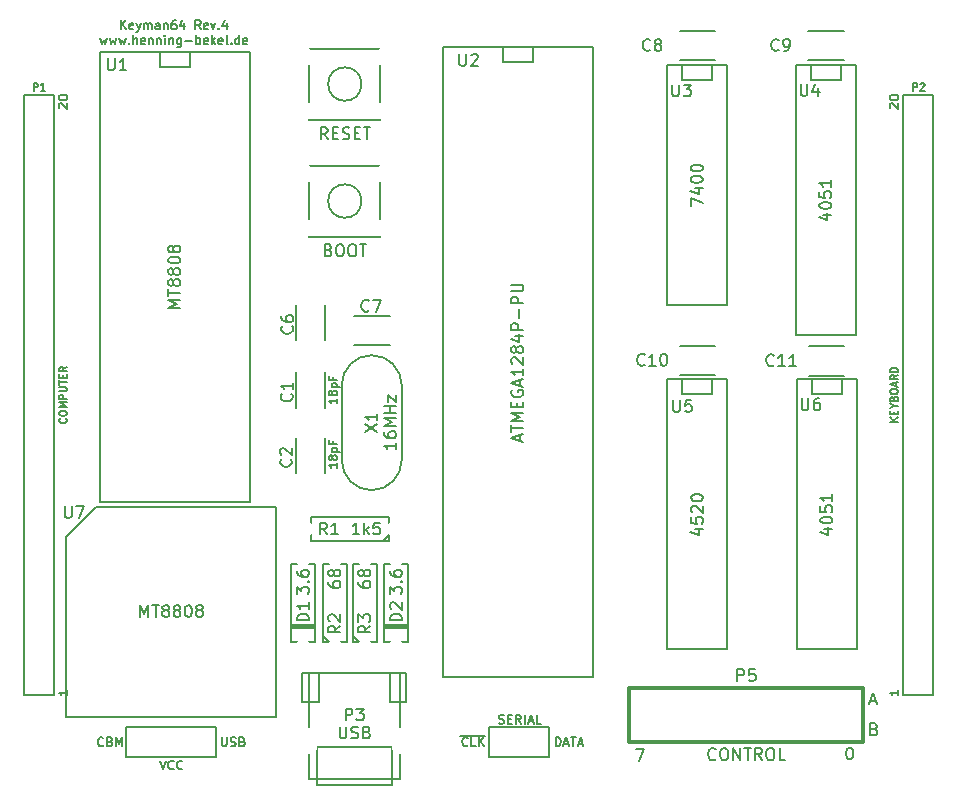
<source format=gto>
G04 #@! TF.FileFunction,Legend,Top*
%FSLAX46Y46*%
G04 Gerber Fmt 4.6, Leading zero omitted, Abs format (unit mm)*
G04 Created by KiCad (PCBNEW 4.0.3-stable) date 08/24/16 11:57:24*
%MOMM*%
%LPD*%
G01*
G04 APERTURE LIST*
%ADD10C,0.150000*%
%ADD11C,0.149860*%
%ADD12C,0.304800*%
%ADD13C,0.203200*%
%ADD14C,0.157480*%
%ADD15R,1.300000X1.300000*%
%ADD16C,1.300000*%
%ADD17R,1.397000X1.397000*%
%ADD18C,1.397000*%
%ADD19O,1.100000X2.300000*%
%ADD20C,1.000000*%
%ADD21C,1.422400*%
%ADD22R,1.524000X1.524000*%
%ADD23C,1.524000*%
%ADD24C,4.000000*%
G04 APERTURE END LIST*
D10*
X117618001Y-129700786D02*
X117868001Y-130450786D01*
X118118001Y-129700786D01*
X118796572Y-130379357D02*
X118760858Y-130415071D01*
X118653715Y-130450786D01*
X118582286Y-130450786D01*
X118475143Y-130415071D01*
X118403715Y-130343643D01*
X118368000Y-130272214D01*
X118332286Y-130129357D01*
X118332286Y-130022214D01*
X118368000Y-129879357D01*
X118403715Y-129807929D01*
X118475143Y-129736500D01*
X118582286Y-129700786D01*
X118653715Y-129700786D01*
X118760858Y-129736500D01*
X118796572Y-129772214D01*
X119546572Y-130379357D02*
X119510858Y-130415071D01*
X119403715Y-130450786D01*
X119332286Y-130450786D01*
X119225143Y-130415071D01*
X119153715Y-130343643D01*
X119118000Y-130272214D01*
X119082286Y-130129357D01*
X119082286Y-130022214D01*
X119118000Y-129879357D01*
X119153715Y-129807929D01*
X119225143Y-129736500D01*
X119332286Y-129700786D01*
X119403715Y-129700786D01*
X119510858Y-129736500D01*
X119546572Y-129772214D01*
X122878571Y-127732286D02*
X122878571Y-128339429D01*
X122914286Y-128410857D01*
X122950000Y-128446571D01*
X123021429Y-128482286D01*
X123164286Y-128482286D01*
X123235714Y-128446571D01*
X123271429Y-128410857D01*
X123307143Y-128339429D01*
X123307143Y-127732286D01*
X123628571Y-128446571D02*
X123735714Y-128482286D01*
X123914285Y-128482286D01*
X123985714Y-128446571D01*
X124021428Y-128410857D01*
X124057143Y-128339429D01*
X124057143Y-128268000D01*
X124021428Y-128196571D01*
X123985714Y-128160857D01*
X123914285Y-128125143D01*
X123771428Y-128089429D01*
X123700000Y-128053714D01*
X123664285Y-128018000D01*
X123628571Y-127946571D01*
X123628571Y-127875143D01*
X123664285Y-127803714D01*
X123700000Y-127768000D01*
X123771428Y-127732286D01*
X123950000Y-127732286D01*
X124057143Y-127768000D01*
X124628571Y-128089429D02*
X124735714Y-128125143D01*
X124771429Y-128160857D01*
X124807143Y-128232286D01*
X124807143Y-128339429D01*
X124771429Y-128410857D01*
X124735714Y-128446571D01*
X124664286Y-128482286D01*
X124378571Y-128482286D01*
X124378571Y-127732286D01*
X124628571Y-127732286D01*
X124700000Y-127768000D01*
X124735714Y-127803714D01*
X124771429Y-127875143D01*
X124771429Y-127946571D01*
X124735714Y-128018000D01*
X124700000Y-128053714D01*
X124628571Y-128089429D01*
X124378571Y-128089429D01*
X112839572Y-128410857D02*
X112803858Y-128446571D01*
X112696715Y-128482286D01*
X112625286Y-128482286D01*
X112518143Y-128446571D01*
X112446715Y-128375143D01*
X112411000Y-128303714D01*
X112375286Y-128160857D01*
X112375286Y-128053714D01*
X112411000Y-127910857D01*
X112446715Y-127839429D01*
X112518143Y-127768000D01*
X112625286Y-127732286D01*
X112696715Y-127732286D01*
X112803858Y-127768000D01*
X112839572Y-127803714D01*
X113411000Y-128089429D02*
X113518143Y-128125143D01*
X113553858Y-128160857D01*
X113589572Y-128232286D01*
X113589572Y-128339429D01*
X113553858Y-128410857D01*
X113518143Y-128446571D01*
X113446715Y-128482286D01*
X113161000Y-128482286D01*
X113161000Y-127732286D01*
X113411000Y-127732286D01*
X113482429Y-127768000D01*
X113518143Y-127803714D01*
X113553858Y-127875143D01*
X113553858Y-127946571D01*
X113518143Y-128018000D01*
X113482429Y-128053714D01*
X113411000Y-128089429D01*
X113161000Y-128089429D01*
X113911000Y-128482286D02*
X113911000Y-127732286D01*
X114161000Y-128268000D01*
X114411000Y-127732286D01*
X114411000Y-128482286D01*
X132650667Y-99048000D02*
X132650667Y-99448000D01*
X132650667Y-99248000D02*
X131950667Y-99248000D01*
X132050667Y-99314666D01*
X132117333Y-99381333D01*
X132150667Y-99448000D01*
X132250667Y-98647999D02*
X132217333Y-98714666D01*
X132184000Y-98747999D01*
X132117333Y-98781333D01*
X132084000Y-98781333D01*
X132017333Y-98747999D01*
X131984000Y-98714666D01*
X131950667Y-98647999D01*
X131950667Y-98514666D01*
X131984000Y-98447999D01*
X132017333Y-98414666D01*
X132084000Y-98381333D01*
X132117333Y-98381333D01*
X132184000Y-98414666D01*
X132217333Y-98447999D01*
X132250667Y-98514666D01*
X132250667Y-98647999D01*
X132284000Y-98714666D01*
X132317333Y-98747999D01*
X132384000Y-98781333D01*
X132517333Y-98781333D01*
X132584000Y-98747999D01*
X132617333Y-98714666D01*
X132650667Y-98647999D01*
X132650667Y-98514666D01*
X132617333Y-98447999D01*
X132584000Y-98414666D01*
X132517333Y-98381333D01*
X132384000Y-98381333D01*
X132317333Y-98414666D01*
X132284000Y-98447999D01*
X132250667Y-98514666D01*
X132184000Y-98081332D02*
X132884000Y-98081332D01*
X132217333Y-98081332D02*
X132184000Y-98014666D01*
X132184000Y-97881332D01*
X132217333Y-97814666D01*
X132250667Y-97781332D01*
X132317333Y-97747999D01*
X132517333Y-97747999D01*
X132584000Y-97781332D01*
X132617333Y-97814666D01*
X132650667Y-97881332D01*
X132650667Y-98014666D01*
X132617333Y-98081332D01*
X132284000Y-97214666D02*
X132284000Y-97447999D01*
X132650667Y-97447999D02*
X131950667Y-97447999D01*
X131950667Y-97114666D01*
X132650667Y-104509000D02*
X132650667Y-104909000D01*
X132650667Y-104709000D02*
X131950667Y-104709000D01*
X132050667Y-104775666D01*
X132117333Y-104842333D01*
X132150667Y-104909000D01*
X132250667Y-104108999D02*
X132217333Y-104175666D01*
X132184000Y-104208999D01*
X132117333Y-104242333D01*
X132084000Y-104242333D01*
X132017333Y-104208999D01*
X131984000Y-104175666D01*
X131950667Y-104108999D01*
X131950667Y-103975666D01*
X131984000Y-103908999D01*
X132017333Y-103875666D01*
X132084000Y-103842333D01*
X132117333Y-103842333D01*
X132184000Y-103875666D01*
X132217333Y-103908999D01*
X132250667Y-103975666D01*
X132250667Y-104108999D01*
X132284000Y-104175666D01*
X132317333Y-104208999D01*
X132384000Y-104242333D01*
X132517333Y-104242333D01*
X132584000Y-104208999D01*
X132617333Y-104175666D01*
X132650667Y-104108999D01*
X132650667Y-103975666D01*
X132617333Y-103908999D01*
X132584000Y-103875666D01*
X132517333Y-103842333D01*
X132384000Y-103842333D01*
X132317333Y-103875666D01*
X132284000Y-103908999D01*
X132250667Y-103975666D01*
X132184000Y-103542332D02*
X132884000Y-103542332D01*
X132217333Y-103542332D02*
X132184000Y-103475666D01*
X132184000Y-103342332D01*
X132217333Y-103275666D01*
X132250667Y-103242332D01*
X132317333Y-103208999D01*
X132517333Y-103208999D01*
X132584000Y-103242332D01*
X132617333Y-103275666D01*
X132650667Y-103342332D01*
X132650667Y-103475666D01*
X132617333Y-103542332D01*
X132284000Y-102675666D02*
X132284000Y-102908999D01*
X132650667Y-102908999D02*
X131950667Y-102908999D01*
X131950667Y-102575666D01*
X179492714Y-74485429D02*
X179457000Y-74449715D01*
X179421286Y-74378286D01*
X179421286Y-74199715D01*
X179457000Y-74128286D01*
X179492714Y-74092572D01*
X179564143Y-74056857D01*
X179635571Y-74056857D01*
X179742714Y-74092572D01*
X180171286Y-74521143D01*
X180171286Y-74056857D01*
X179421286Y-73592571D02*
X179421286Y-73521143D01*
X179457000Y-73449714D01*
X179492714Y-73414000D01*
X179564143Y-73378286D01*
X179707000Y-73342571D01*
X179885571Y-73342571D01*
X180028429Y-73378286D01*
X180099857Y-73414000D01*
X180135571Y-73449714D01*
X180171286Y-73521143D01*
X180171286Y-73592571D01*
X180135571Y-73664000D01*
X180099857Y-73699714D01*
X180028429Y-73735429D01*
X179885571Y-73771143D01*
X179707000Y-73771143D01*
X179564143Y-73735429D01*
X179492714Y-73699714D01*
X179457000Y-73664000D01*
X179421286Y-73592571D01*
X180171286Y-123737714D02*
X180171286Y-124166286D01*
X180171286Y-123952000D02*
X179421286Y-123952000D01*
X179528429Y-124023429D01*
X179599857Y-124094857D01*
X179635571Y-124166286D01*
X109134714Y-74485429D02*
X109099000Y-74449715D01*
X109063286Y-74378286D01*
X109063286Y-74199715D01*
X109099000Y-74128286D01*
X109134714Y-74092572D01*
X109206143Y-74056857D01*
X109277571Y-74056857D01*
X109384714Y-74092572D01*
X109813286Y-74521143D01*
X109813286Y-74056857D01*
X109063286Y-73592571D02*
X109063286Y-73521143D01*
X109099000Y-73449714D01*
X109134714Y-73414000D01*
X109206143Y-73378286D01*
X109349000Y-73342571D01*
X109527571Y-73342571D01*
X109670429Y-73378286D01*
X109741857Y-73414000D01*
X109777571Y-73449714D01*
X109813286Y-73521143D01*
X109813286Y-73592571D01*
X109777571Y-73664000D01*
X109741857Y-73699714D01*
X109670429Y-73735429D01*
X109527571Y-73771143D01*
X109349000Y-73771143D01*
X109206143Y-73735429D01*
X109134714Y-73699714D01*
X109099000Y-73664000D01*
X109063286Y-73592571D01*
X109813286Y-123737714D02*
X109813286Y-124166286D01*
X109813286Y-123952000D02*
X109063286Y-123952000D01*
X109170429Y-124023429D01*
X109241857Y-124094857D01*
X109277571Y-124166286D01*
X151148000Y-128482286D02*
X151148000Y-127732286D01*
X151326572Y-127732286D01*
X151433715Y-127768000D01*
X151505143Y-127839429D01*
X151540858Y-127910857D01*
X151576572Y-128053714D01*
X151576572Y-128160857D01*
X151540858Y-128303714D01*
X151505143Y-128375143D01*
X151433715Y-128446571D01*
X151326572Y-128482286D01*
X151148000Y-128482286D01*
X151862286Y-128268000D02*
X152219429Y-128268000D01*
X151790858Y-128482286D02*
X152040858Y-127732286D01*
X152290858Y-128482286D01*
X152433715Y-127732286D02*
X152862286Y-127732286D01*
X152648000Y-128482286D02*
X152648000Y-127732286D01*
X153076572Y-128268000D02*
X153433715Y-128268000D01*
X153005144Y-128482286D02*
X153255144Y-127732286D01*
X153505144Y-128482286D01*
X143698572Y-128410857D02*
X143662858Y-128446571D01*
X143555715Y-128482286D01*
X143484286Y-128482286D01*
X143377143Y-128446571D01*
X143305715Y-128375143D01*
X143270000Y-128303714D01*
X143234286Y-128160857D01*
X143234286Y-128053714D01*
X143270000Y-127910857D01*
X143305715Y-127839429D01*
X143377143Y-127768000D01*
X143484286Y-127732286D01*
X143555715Y-127732286D01*
X143662858Y-127768000D01*
X143698572Y-127803714D01*
X144377143Y-128482286D02*
X144020000Y-128482286D01*
X144020000Y-127732286D01*
X144627143Y-128482286D02*
X144627143Y-127732286D01*
X145055715Y-128482286D02*
X144734286Y-128053714D01*
X145055715Y-127732286D02*
X144627143Y-128160857D01*
X143091429Y-127603000D02*
X145198572Y-127603000D01*
X175999781Y-128611381D02*
X176095020Y-128611381D01*
X176190258Y-128659000D01*
X176237877Y-128706619D01*
X176285496Y-128801857D01*
X176333115Y-128992333D01*
X176333115Y-129230429D01*
X176285496Y-129420905D01*
X176237877Y-129516143D01*
X176190258Y-129563762D01*
X176095020Y-129611381D01*
X175999781Y-129611381D01*
X175904543Y-129563762D01*
X175856924Y-129516143D01*
X175809305Y-129420905D01*
X175761686Y-129230429D01*
X175761686Y-128992333D01*
X175809305Y-128801857D01*
X175856924Y-128706619D01*
X175904543Y-128659000D01*
X175999781Y-128611381D01*
X157946767Y-128725681D02*
X158613434Y-128725681D01*
X158184862Y-129725681D01*
X178138129Y-127030171D02*
X178280986Y-127077790D01*
X178328605Y-127125410D01*
X178376224Y-127220648D01*
X178376224Y-127363505D01*
X178328605Y-127458743D01*
X178280986Y-127506362D01*
X178185748Y-127553981D01*
X177804795Y-127553981D01*
X177804795Y-126553981D01*
X178138129Y-126553981D01*
X178233367Y-126601600D01*
X178280986Y-126649219D01*
X178328605Y-126744457D01*
X178328605Y-126839695D01*
X178280986Y-126934933D01*
X178233367Y-126982552D01*
X178138129Y-127030171D01*
X177804795Y-127030171D01*
X177790505Y-124664767D02*
X178266696Y-124664767D01*
X177695267Y-124950481D02*
X178028600Y-123950481D01*
X178361934Y-124950481D01*
X114333899Y-67786486D02*
X114333899Y-67036486D01*
X114762471Y-67786486D02*
X114441042Y-67357914D01*
X114762471Y-67036486D02*
X114333899Y-67465057D01*
X115369614Y-67750771D02*
X115298185Y-67786486D01*
X115155328Y-67786486D01*
X115083899Y-67750771D01*
X115048185Y-67679343D01*
X115048185Y-67393629D01*
X115083899Y-67322200D01*
X115155328Y-67286486D01*
X115298185Y-67286486D01*
X115369614Y-67322200D01*
X115405328Y-67393629D01*
X115405328Y-67465057D01*
X115048185Y-67536486D01*
X115655328Y-67286486D02*
X115833899Y-67786486D01*
X116012471Y-67286486D02*
X115833899Y-67786486D01*
X115762471Y-67965057D01*
X115726756Y-68000771D01*
X115655328Y-68036486D01*
X116298185Y-67786486D02*
X116298185Y-67286486D01*
X116298185Y-67357914D02*
X116333900Y-67322200D01*
X116405328Y-67286486D01*
X116512471Y-67286486D01*
X116583900Y-67322200D01*
X116619614Y-67393629D01*
X116619614Y-67786486D01*
X116619614Y-67393629D02*
X116655328Y-67322200D01*
X116726757Y-67286486D01*
X116833900Y-67286486D01*
X116905328Y-67322200D01*
X116941043Y-67393629D01*
X116941043Y-67786486D01*
X117619614Y-67786486D02*
X117619614Y-67393629D01*
X117583900Y-67322200D01*
X117512471Y-67286486D01*
X117369614Y-67286486D01*
X117298185Y-67322200D01*
X117619614Y-67750771D02*
X117548185Y-67786486D01*
X117369614Y-67786486D01*
X117298185Y-67750771D01*
X117262471Y-67679343D01*
X117262471Y-67607914D01*
X117298185Y-67536486D01*
X117369614Y-67500771D01*
X117548185Y-67500771D01*
X117619614Y-67465057D01*
X117976756Y-67286486D02*
X117976756Y-67786486D01*
X117976756Y-67357914D02*
X118012471Y-67322200D01*
X118083899Y-67286486D01*
X118191042Y-67286486D01*
X118262471Y-67322200D01*
X118298185Y-67393629D01*
X118298185Y-67786486D01*
X118976756Y-67036486D02*
X118833899Y-67036486D01*
X118762470Y-67072200D01*
X118726756Y-67107914D01*
X118655327Y-67215057D01*
X118619613Y-67357914D01*
X118619613Y-67643629D01*
X118655327Y-67715057D01*
X118691042Y-67750771D01*
X118762470Y-67786486D01*
X118905327Y-67786486D01*
X118976756Y-67750771D01*
X119012470Y-67715057D01*
X119048185Y-67643629D01*
X119048185Y-67465057D01*
X119012470Y-67393629D01*
X118976756Y-67357914D01*
X118905327Y-67322200D01*
X118762470Y-67322200D01*
X118691042Y-67357914D01*
X118655327Y-67393629D01*
X118619613Y-67465057D01*
X119691042Y-67286486D02*
X119691042Y-67786486D01*
X119512471Y-67000771D02*
X119333899Y-67536486D01*
X119798185Y-67536486D01*
X121083900Y-67786486D02*
X120833900Y-67429343D01*
X120655328Y-67786486D02*
X120655328Y-67036486D01*
X120941043Y-67036486D01*
X121012471Y-67072200D01*
X121048186Y-67107914D01*
X121083900Y-67179343D01*
X121083900Y-67286486D01*
X121048186Y-67357914D01*
X121012471Y-67393629D01*
X120941043Y-67429343D01*
X120655328Y-67429343D01*
X121691043Y-67750771D02*
X121619614Y-67786486D01*
X121476757Y-67786486D01*
X121405328Y-67750771D01*
X121369614Y-67679343D01*
X121369614Y-67393629D01*
X121405328Y-67322200D01*
X121476757Y-67286486D01*
X121619614Y-67286486D01*
X121691043Y-67322200D01*
X121726757Y-67393629D01*
X121726757Y-67465057D01*
X121369614Y-67536486D01*
X121976757Y-67286486D02*
X122155328Y-67786486D01*
X122333900Y-67286486D01*
X122619614Y-67715057D02*
X122655329Y-67750771D01*
X122619614Y-67786486D01*
X122583900Y-67750771D01*
X122619614Y-67715057D01*
X122619614Y-67786486D01*
X123298186Y-67286486D02*
X123298186Y-67786486D01*
X123119615Y-67000771D02*
X122941043Y-67536486D01*
X123405329Y-67536486D01*
X112601760Y-68561486D02*
X112744617Y-69061486D01*
X112887474Y-68704343D01*
X113030331Y-69061486D01*
X113173188Y-68561486D01*
X113387474Y-68561486D02*
X113530331Y-69061486D01*
X113673188Y-68704343D01*
X113816045Y-69061486D01*
X113958902Y-68561486D01*
X114173188Y-68561486D02*
X114316045Y-69061486D01*
X114458902Y-68704343D01*
X114601759Y-69061486D01*
X114744616Y-68561486D01*
X115030330Y-68990057D02*
X115066045Y-69025771D01*
X115030330Y-69061486D01*
X114994616Y-69025771D01*
X115030330Y-68990057D01*
X115030330Y-69061486D01*
X115387473Y-69061486D02*
X115387473Y-68311486D01*
X115708902Y-69061486D02*
X115708902Y-68668629D01*
X115673188Y-68597200D01*
X115601759Y-68561486D01*
X115494616Y-68561486D01*
X115423188Y-68597200D01*
X115387473Y-68632914D01*
X116351759Y-69025771D02*
X116280330Y-69061486D01*
X116137473Y-69061486D01*
X116066044Y-69025771D01*
X116030330Y-68954343D01*
X116030330Y-68668629D01*
X116066044Y-68597200D01*
X116137473Y-68561486D01*
X116280330Y-68561486D01*
X116351759Y-68597200D01*
X116387473Y-68668629D01*
X116387473Y-68740057D01*
X116030330Y-68811486D01*
X116708901Y-68561486D02*
X116708901Y-69061486D01*
X116708901Y-68632914D02*
X116744616Y-68597200D01*
X116816044Y-68561486D01*
X116923187Y-68561486D01*
X116994616Y-68597200D01*
X117030330Y-68668629D01*
X117030330Y-69061486D01*
X117387472Y-68561486D02*
X117387472Y-69061486D01*
X117387472Y-68632914D02*
X117423187Y-68597200D01*
X117494615Y-68561486D01*
X117601758Y-68561486D01*
X117673187Y-68597200D01*
X117708901Y-68668629D01*
X117708901Y-69061486D01*
X118066043Y-69061486D02*
X118066043Y-68561486D01*
X118066043Y-68311486D02*
X118030329Y-68347200D01*
X118066043Y-68382914D01*
X118101758Y-68347200D01*
X118066043Y-68311486D01*
X118066043Y-68382914D01*
X118423186Y-68561486D02*
X118423186Y-69061486D01*
X118423186Y-68632914D02*
X118458901Y-68597200D01*
X118530329Y-68561486D01*
X118637472Y-68561486D01*
X118708901Y-68597200D01*
X118744615Y-68668629D01*
X118744615Y-69061486D01*
X119423186Y-68561486D02*
X119423186Y-69168629D01*
X119387472Y-69240057D01*
X119351757Y-69275771D01*
X119280329Y-69311486D01*
X119173186Y-69311486D01*
X119101757Y-69275771D01*
X119423186Y-69025771D02*
X119351757Y-69061486D01*
X119208900Y-69061486D01*
X119137472Y-69025771D01*
X119101757Y-68990057D01*
X119066043Y-68918629D01*
X119066043Y-68704343D01*
X119101757Y-68632914D01*
X119137472Y-68597200D01*
X119208900Y-68561486D01*
X119351757Y-68561486D01*
X119423186Y-68597200D01*
X119780328Y-68775771D02*
X120351757Y-68775771D01*
X120708899Y-69061486D02*
X120708899Y-68311486D01*
X120708899Y-68597200D02*
X120780328Y-68561486D01*
X120923185Y-68561486D01*
X120994614Y-68597200D01*
X121030328Y-68632914D01*
X121066042Y-68704343D01*
X121066042Y-68918629D01*
X121030328Y-68990057D01*
X120994614Y-69025771D01*
X120923185Y-69061486D01*
X120780328Y-69061486D01*
X120708899Y-69025771D01*
X121673185Y-69025771D02*
X121601756Y-69061486D01*
X121458899Y-69061486D01*
X121387470Y-69025771D01*
X121351756Y-68954343D01*
X121351756Y-68668629D01*
X121387470Y-68597200D01*
X121458899Y-68561486D01*
X121601756Y-68561486D01*
X121673185Y-68597200D01*
X121708899Y-68668629D01*
X121708899Y-68740057D01*
X121351756Y-68811486D01*
X122030327Y-69061486D02*
X122030327Y-68311486D01*
X122101756Y-68775771D02*
X122316042Y-69061486D01*
X122316042Y-68561486D02*
X122030327Y-68847200D01*
X122923185Y-69025771D02*
X122851756Y-69061486D01*
X122708899Y-69061486D01*
X122637470Y-69025771D01*
X122601756Y-68954343D01*
X122601756Y-68668629D01*
X122637470Y-68597200D01*
X122708899Y-68561486D01*
X122851756Y-68561486D01*
X122923185Y-68597200D01*
X122958899Y-68668629D01*
X122958899Y-68740057D01*
X122601756Y-68811486D01*
X123387470Y-69061486D02*
X123316042Y-69025771D01*
X123280327Y-68954343D01*
X123280327Y-68311486D01*
X123673184Y-68990057D02*
X123708899Y-69025771D01*
X123673184Y-69061486D01*
X123637470Y-69025771D01*
X123673184Y-68990057D01*
X123673184Y-69061486D01*
X124351756Y-69061486D02*
X124351756Y-68311486D01*
X124351756Y-69025771D02*
X124280327Y-69061486D01*
X124137470Y-69061486D01*
X124066042Y-69025771D01*
X124030327Y-68990057D01*
X123994613Y-68918629D01*
X123994613Y-68704343D01*
X124030327Y-68632914D01*
X124066042Y-68597200D01*
X124137470Y-68561486D01*
X124280327Y-68561486D01*
X124351756Y-68597200D01*
X124994613Y-69025771D02*
X124923184Y-69061486D01*
X124780327Y-69061486D01*
X124708898Y-69025771D01*
X124673184Y-68954343D01*
X124673184Y-68668629D01*
X124708898Y-68597200D01*
X124780327Y-68561486D01*
X124923184Y-68561486D01*
X124994613Y-68597200D01*
X125030327Y-68668629D01*
X125030327Y-68740057D01*
X124673184Y-68811486D01*
X164664000Y-70426900D02*
X161664000Y-70426900D01*
X161664000Y-67926900D02*
X164664000Y-67926900D01*
X129141000Y-99818000D02*
X129141000Y-96818000D01*
X131641000Y-96818000D02*
X131641000Y-99818000D01*
X129141000Y-105355000D02*
X129141000Y-102355000D01*
X131641000Y-102355000D02*
X131641000Y-105355000D01*
X175535000Y-70426900D02*
X172535000Y-70426900D01*
X172535000Y-67926900D02*
X175535000Y-67926900D01*
X164664000Y-97071500D02*
X161664000Y-97071500D01*
X161664000Y-94571500D02*
X164664000Y-94571500D01*
X175599000Y-97109600D02*
X172599000Y-97109600D01*
X172599000Y-94609600D02*
X175599000Y-94609600D01*
X129141000Y-94090300D02*
X129141000Y-91090300D01*
X131641000Y-91090300D02*
X131641000Y-94090300D01*
X137092000Y-94531500D02*
X134092000Y-94531500D01*
X134092000Y-92031500D02*
X137092000Y-92031500D01*
X149212000Y-69303900D02*
X149212000Y-70573900D01*
X149212000Y-70573900D02*
X146672000Y-70573900D01*
X146672000Y-70573900D02*
X146672000Y-69303900D01*
X154292000Y-69303900D02*
X154292000Y-122643900D01*
X154292000Y-122643900D02*
X141592000Y-122643900D01*
X141592000Y-122643900D02*
X141592000Y-69303900D01*
X141592000Y-69303900D02*
X154292000Y-69303900D01*
X130262000Y-131266000D02*
X130262000Y-122266000D01*
X130262000Y-122266000D02*
X137962000Y-122266000D01*
X137962000Y-122266000D02*
X137962000Y-131266000D01*
X137962000Y-131266000D02*
X130262000Y-131266000D01*
X138512000Y-124766000D02*
X138512000Y-122266000D01*
X138512000Y-122266000D02*
X137112000Y-122266000D01*
X137112000Y-122266000D02*
X137112000Y-124766000D01*
X137112000Y-124766000D02*
X138512000Y-124766000D01*
X129712000Y-124766000D02*
X129712000Y-122266000D01*
X129712000Y-122266000D02*
X131112000Y-122266000D01*
X131112000Y-122266000D02*
X131112000Y-124766000D01*
X131112000Y-124766000D02*
X129712000Y-124766000D01*
X130912000Y-128516000D02*
X137312000Y-128516000D01*
X137312000Y-128516000D02*
X137312000Y-131766000D01*
X137312000Y-131766000D02*
X130912000Y-131766000D01*
X130912000Y-131766000D02*
X130912000Y-128516000D01*
X165672000Y-70802500D02*
X165672000Y-91122500D01*
X160592000Y-91122500D02*
X160592000Y-70802500D01*
X160592000Y-70802500D02*
X165672000Y-70802500D01*
X164402000Y-70802500D02*
X164402000Y-72072500D01*
X164402000Y-72072500D02*
X161862000Y-72072500D01*
X161862000Y-72072500D02*
X161862000Y-70802500D01*
X165672000Y-91122500D02*
X160592000Y-91122500D01*
X164427000Y-97434000D02*
X164427000Y-97434000D01*
X164427000Y-97434000D02*
X164427000Y-98704000D01*
X164427000Y-98704000D02*
X161887000Y-98704000D01*
X161887000Y-98704000D02*
X161887000Y-97434000D01*
X165697000Y-97434000D02*
X165697000Y-120294000D01*
X165697000Y-120294000D02*
X160617000Y-120294000D01*
X160617000Y-120294000D02*
X160617000Y-97434000D01*
X160617000Y-97434000D02*
X165697000Y-97434000D01*
X175298000Y-70815200D02*
X175298000Y-70815200D01*
X175298000Y-70815200D02*
X175298000Y-72085200D01*
X175298000Y-72085200D02*
X172758000Y-72085200D01*
X172758000Y-72085200D02*
X172758000Y-70815200D01*
X176568000Y-70815200D02*
X176568000Y-93675200D01*
X176568000Y-93675200D02*
X171488000Y-93675200D01*
X171488000Y-93675200D02*
X171488000Y-70815200D01*
X171488000Y-70815200D02*
X176568000Y-70815200D01*
X175387000Y-97422000D02*
X175387000Y-97422000D01*
X175387000Y-97422000D02*
X175387000Y-98692000D01*
X175387000Y-98692000D02*
X172847000Y-98692000D01*
X172847000Y-98692000D02*
X172847000Y-97422000D01*
X176657000Y-97422000D02*
X176657000Y-120282000D01*
X176657000Y-120282000D02*
X171577000Y-120282000D01*
X171577000Y-120282000D02*
X171577000Y-97422000D01*
X171577000Y-97422000D02*
X176657000Y-97422000D01*
X120167000Y-69697600D02*
X120167000Y-69697600D01*
X120167000Y-69697600D02*
X120167000Y-70967600D01*
X120167000Y-70967600D02*
X117627000Y-70967600D01*
X117627000Y-70967600D02*
X117627000Y-69697600D01*
X125247000Y-69697600D02*
X125247000Y-107797600D01*
X125247000Y-107797600D02*
X112547000Y-107797600D01*
X112547000Y-107797600D02*
X112547000Y-69697600D01*
X112547000Y-69697600D02*
X125247000Y-69697600D01*
X138112000Y-104267000D02*
X138112000Y-97917000D01*
X133032000Y-104267000D02*
X133032000Y-97917000D01*
X135572000Y-95377000D02*
G75*
G03X133032000Y-97917000I0J-2540000D01*
G01*
X138112000Y-97917000D02*
G75*
G03X135572000Y-95377000I-2540000J0D01*
G01*
X133032000Y-104267000D02*
G75*
G03X135572000Y-106807000I2540000J0D01*
G01*
X135572000Y-106807000D02*
G75*
G03X138112000Y-104267000I0J2540000D01*
G01*
X145542000Y-126873000D02*
X150622000Y-126873000D01*
X145542000Y-129413000D02*
X150622000Y-129413000D01*
D11*
X145542000Y-129413000D02*
X145542000Y-126873000D01*
X150622000Y-126873000D02*
X150622000Y-129413000D01*
D12*
X177190000Y-123520000D02*
X177190000Y-128092000D01*
X177190000Y-128092000D02*
X157378000Y-128092000D01*
X157378000Y-128092000D02*
X157378000Y-123520000D01*
X157378000Y-123520000D02*
X177190000Y-123520000D01*
D10*
X114808000Y-129413000D02*
X122428000Y-129413000D01*
X122428000Y-126873000D02*
X114808000Y-126873000D01*
D11*
X122428000Y-126873000D02*
X122428000Y-129413000D01*
X114808000Y-129413000D02*
X114808000Y-126873000D01*
D10*
X112268000Y-108204000D02*
X109728000Y-110744000D01*
X109728000Y-110744000D02*
X109728000Y-125984000D01*
X109728000Y-125984000D02*
X127508000Y-125984000D01*
X127508000Y-125984000D02*
X127508000Y-108204000D01*
X127508000Y-108204000D02*
X112268000Y-108204000D01*
X137541000Y-110109000D02*
X137033000Y-110109000D01*
X129921000Y-110109000D02*
X130429000Y-110109000D01*
X130429000Y-110109000D02*
X130429000Y-111125000D01*
X130429000Y-111125000D02*
X137033000Y-111125000D01*
X137033000Y-111125000D02*
X137033000Y-109093000D01*
X137033000Y-109093000D02*
X130429000Y-109093000D01*
X130429000Y-109093000D02*
X130429000Y-110109000D01*
X137033000Y-110617000D02*
X136525000Y-111125000D01*
X132461000Y-120142000D02*
X132461000Y-119634000D01*
X132461000Y-112522000D02*
X132461000Y-113030000D01*
X132461000Y-113030000D02*
X131445000Y-113030000D01*
X131445000Y-113030000D02*
X131445000Y-119634000D01*
X131445000Y-119634000D02*
X133477000Y-119634000D01*
X133477000Y-119634000D02*
X133477000Y-113030000D01*
X133477000Y-113030000D02*
X132461000Y-113030000D01*
X131953000Y-119634000D02*
X131445000Y-119126000D01*
X135001000Y-120142000D02*
X135001000Y-119634000D01*
X135001000Y-112522000D02*
X135001000Y-113030000D01*
X135001000Y-113030000D02*
X133985000Y-113030000D01*
X133985000Y-113030000D02*
X133985000Y-119634000D01*
X133985000Y-119634000D02*
X136017000Y-119634000D01*
X136017000Y-119634000D02*
X136017000Y-113030000D01*
X136017000Y-113030000D02*
X135001000Y-113030000D01*
X134493000Y-119634000D02*
X133985000Y-119126000D01*
X130784600Y-118186200D02*
X128828800Y-118186200D01*
X128854200Y-118440200D02*
X130733800Y-118440200D01*
X128778000Y-118313200D02*
X130784600Y-118313200D01*
X129794000Y-120142000D02*
X129794000Y-119634000D01*
X129794000Y-112522000D02*
X129794000Y-113030000D01*
X129794000Y-113030000D02*
X128778000Y-113030000D01*
X128778000Y-113030000D02*
X128778000Y-119634000D01*
X128778000Y-119634000D02*
X130810000Y-119634000D01*
X130810000Y-119634000D02*
X130810000Y-113030000D01*
X130810000Y-113030000D02*
X129794000Y-113030000D01*
X138658600Y-118186200D02*
X136702800Y-118186200D01*
X136728200Y-118440200D02*
X138607800Y-118440200D01*
X136652000Y-118313200D02*
X138658600Y-118313200D01*
X137668000Y-120142000D02*
X137668000Y-119634000D01*
X137668000Y-112522000D02*
X137668000Y-113030000D01*
X137668000Y-113030000D02*
X136652000Y-113030000D01*
X136652000Y-113030000D02*
X136652000Y-119634000D01*
X136652000Y-119634000D02*
X138684000Y-119634000D01*
X138684000Y-119634000D02*
X138684000Y-113030000D01*
X138684000Y-113030000D02*
X137668000Y-113030000D01*
X183121000Y-124129800D02*
X183121000Y-73329800D01*
X180581000Y-73329800D02*
X180581000Y-124129800D01*
X180581000Y-73329800D02*
X183121000Y-73329800D01*
D11*
X183121000Y-124129800D02*
X180581000Y-124129800D01*
D10*
X108648000Y-124129800D02*
X108648000Y-73329800D01*
X106108000Y-73329800D02*
X106108000Y-124129800D01*
X106108000Y-73329800D02*
X108648000Y-73329800D01*
D11*
X108648000Y-124129800D02*
X106108000Y-124129800D01*
D10*
X134712214Y-82332000D02*
G75*
G03X134712214Y-82332000I-1414214J0D01*
G01*
X130298000Y-85332000D02*
X130298000Y-79332000D01*
X130298000Y-79332000D02*
X136298000Y-79332000D01*
X136298000Y-79332000D02*
X136298000Y-85332000D01*
X136298000Y-85332000D02*
X130298000Y-85332000D01*
X134712214Y-72426000D02*
G75*
G03X134712214Y-72426000I-1414214J0D01*
G01*
X130298000Y-75426000D02*
X130298000Y-69426000D01*
X130298000Y-69426000D02*
X136298000Y-69426000D01*
X136298000Y-69426000D02*
X136298000Y-75426000D01*
X136298000Y-75426000D02*
X130298000Y-75426000D01*
X159154634Y-69534043D02*
X159107015Y-69581662D01*
X158964158Y-69629281D01*
X158868920Y-69629281D01*
X158726062Y-69581662D01*
X158630824Y-69486424D01*
X158583205Y-69391186D01*
X158535586Y-69200710D01*
X158535586Y-69057852D01*
X158583205Y-68867376D01*
X158630824Y-68772138D01*
X158726062Y-68676900D01*
X158868920Y-68629281D01*
X158964158Y-68629281D01*
X159107015Y-68676900D01*
X159154634Y-68724519D01*
X159726062Y-69057852D02*
X159630824Y-69010233D01*
X159583205Y-68962614D01*
X159535586Y-68867376D01*
X159535586Y-68819757D01*
X159583205Y-68724519D01*
X159630824Y-68676900D01*
X159726062Y-68629281D01*
X159916539Y-68629281D01*
X160011777Y-68676900D01*
X160059396Y-68724519D01*
X160107015Y-68819757D01*
X160107015Y-68867376D01*
X160059396Y-68962614D01*
X160011777Y-69010233D01*
X159916539Y-69057852D01*
X159726062Y-69057852D01*
X159630824Y-69105471D01*
X159583205Y-69153090D01*
X159535586Y-69248329D01*
X159535586Y-69438805D01*
X159583205Y-69534043D01*
X159630824Y-69581662D01*
X159726062Y-69629281D01*
X159916539Y-69629281D01*
X160011777Y-69581662D01*
X160059396Y-69534043D01*
X160107015Y-69438805D01*
X160107015Y-69248329D01*
X160059396Y-69153090D01*
X160011777Y-69105471D01*
X159916539Y-69057852D01*
X128779643Y-98655166D02*
X128827262Y-98702785D01*
X128874881Y-98845642D01*
X128874881Y-98940880D01*
X128827262Y-99083738D01*
X128732024Y-99178976D01*
X128636786Y-99226595D01*
X128446310Y-99274214D01*
X128303452Y-99274214D01*
X128112976Y-99226595D01*
X128017738Y-99178976D01*
X127922500Y-99083738D01*
X127874881Y-98940880D01*
X127874881Y-98845642D01*
X127922500Y-98702785D01*
X127970119Y-98655166D01*
X128874881Y-97702785D02*
X128874881Y-98274214D01*
X128874881Y-97988500D02*
X127874881Y-97988500D01*
X128017738Y-98083738D01*
X128112976Y-98178976D01*
X128160595Y-98274214D01*
X128716143Y-104192166D02*
X128763762Y-104239785D01*
X128811381Y-104382642D01*
X128811381Y-104477880D01*
X128763762Y-104620738D01*
X128668524Y-104715976D01*
X128573286Y-104763595D01*
X128382810Y-104811214D01*
X128239952Y-104811214D01*
X128049476Y-104763595D01*
X127954238Y-104715976D01*
X127859000Y-104620738D01*
X127811381Y-104477880D01*
X127811381Y-104382642D01*
X127859000Y-104239785D01*
X127906619Y-104192166D01*
X127906619Y-103811214D02*
X127859000Y-103763595D01*
X127811381Y-103668357D01*
X127811381Y-103430261D01*
X127859000Y-103335023D01*
X127906619Y-103287404D01*
X128001857Y-103239785D01*
X128097095Y-103239785D01*
X128239952Y-103287404D01*
X128811381Y-103858833D01*
X128811381Y-103239785D01*
X170025634Y-69534043D02*
X169978015Y-69581662D01*
X169835158Y-69629281D01*
X169739920Y-69629281D01*
X169597062Y-69581662D01*
X169501824Y-69486424D01*
X169454205Y-69391186D01*
X169406586Y-69200710D01*
X169406586Y-69057852D01*
X169454205Y-68867376D01*
X169501824Y-68772138D01*
X169597062Y-68676900D01*
X169739920Y-68629281D01*
X169835158Y-68629281D01*
X169978015Y-68676900D01*
X170025634Y-68724519D01*
X170501824Y-69629281D02*
X170692300Y-69629281D01*
X170787539Y-69581662D01*
X170835158Y-69534043D01*
X170930396Y-69391186D01*
X170978015Y-69200710D01*
X170978015Y-68819757D01*
X170930396Y-68724519D01*
X170882777Y-68676900D01*
X170787539Y-68629281D01*
X170597062Y-68629281D01*
X170501824Y-68676900D01*
X170454205Y-68724519D01*
X170406586Y-68819757D01*
X170406586Y-69057852D01*
X170454205Y-69153090D01*
X170501824Y-69200710D01*
X170597062Y-69248329D01*
X170787539Y-69248329D01*
X170882777Y-69200710D01*
X170930396Y-69153090D01*
X170978015Y-69057852D01*
X158678443Y-96178643D02*
X158630824Y-96226262D01*
X158487967Y-96273881D01*
X158392729Y-96273881D01*
X158249871Y-96226262D01*
X158154633Y-96131024D01*
X158107014Y-96035786D01*
X158059395Y-95845310D01*
X158059395Y-95702452D01*
X158107014Y-95511976D01*
X158154633Y-95416738D01*
X158249871Y-95321500D01*
X158392729Y-95273881D01*
X158487967Y-95273881D01*
X158630824Y-95321500D01*
X158678443Y-95369119D01*
X159630824Y-96273881D02*
X159059395Y-96273881D01*
X159345109Y-96273881D02*
X159345109Y-95273881D01*
X159249871Y-95416738D01*
X159154633Y-95511976D01*
X159059395Y-95559595D01*
X160249871Y-95273881D02*
X160345110Y-95273881D01*
X160440348Y-95321500D01*
X160487967Y-95369119D01*
X160535586Y-95464357D01*
X160583205Y-95654833D01*
X160583205Y-95892929D01*
X160535586Y-96083405D01*
X160487967Y-96178643D01*
X160440348Y-96226262D01*
X160345110Y-96273881D01*
X160249871Y-96273881D01*
X160154633Y-96226262D01*
X160107014Y-96178643D01*
X160059395Y-96083405D01*
X160011776Y-95892929D01*
X160011776Y-95654833D01*
X160059395Y-95464357D01*
X160107014Y-95369119D01*
X160154633Y-95321500D01*
X160249871Y-95273881D01*
X169613443Y-96216743D02*
X169565824Y-96264362D01*
X169422967Y-96311981D01*
X169327729Y-96311981D01*
X169184871Y-96264362D01*
X169089633Y-96169124D01*
X169042014Y-96073886D01*
X168994395Y-95883410D01*
X168994395Y-95740552D01*
X169042014Y-95550076D01*
X169089633Y-95454838D01*
X169184871Y-95359600D01*
X169327729Y-95311981D01*
X169422967Y-95311981D01*
X169565824Y-95359600D01*
X169613443Y-95407219D01*
X170565824Y-96311981D02*
X169994395Y-96311981D01*
X170280109Y-96311981D02*
X170280109Y-95311981D01*
X170184871Y-95454838D01*
X170089633Y-95550076D01*
X169994395Y-95597695D01*
X171518205Y-96311981D02*
X170946776Y-96311981D01*
X171232490Y-96311981D02*
X171232490Y-95311981D01*
X171137252Y-95454838D01*
X171042014Y-95550076D01*
X170946776Y-95597695D01*
X128830443Y-92927466D02*
X128878062Y-92975085D01*
X128925681Y-93117942D01*
X128925681Y-93213180D01*
X128878062Y-93356038D01*
X128782824Y-93451276D01*
X128687586Y-93498895D01*
X128497110Y-93546514D01*
X128354252Y-93546514D01*
X128163776Y-93498895D01*
X128068538Y-93451276D01*
X127973300Y-93356038D01*
X127925681Y-93213180D01*
X127925681Y-93117942D01*
X127973300Y-92975085D01*
X128020919Y-92927466D01*
X127925681Y-92070323D02*
X127925681Y-92260800D01*
X127973300Y-92356038D01*
X128020919Y-92403657D01*
X128163776Y-92498895D01*
X128354252Y-92546514D01*
X128735205Y-92546514D01*
X128830443Y-92498895D01*
X128878062Y-92451276D01*
X128925681Y-92356038D01*
X128925681Y-92165561D01*
X128878062Y-92070323D01*
X128830443Y-92022704D01*
X128735205Y-91975085D01*
X128497110Y-91975085D01*
X128401871Y-92022704D01*
X128354252Y-92070323D01*
X128306633Y-92165561D01*
X128306633Y-92356038D01*
X128354252Y-92451276D01*
X128401871Y-92498895D01*
X128497110Y-92546514D01*
X135329134Y-91593943D02*
X135281515Y-91641562D01*
X135138658Y-91689181D01*
X135043420Y-91689181D01*
X134900562Y-91641562D01*
X134805324Y-91546324D01*
X134757705Y-91451086D01*
X134710086Y-91260610D01*
X134710086Y-91117752D01*
X134757705Y-90927276D01*
X134805324Y-90832038D01*
X134900562Y-90736800D01*
X135043420Y-90689181D01*
X135138658Y-90689181D01*
X135281515Y-90736800D01*
X135329134Y-90784419D01*
X135662467Y-90689181D02*
X136329134Y-90689181D01*
X135900562Y-91689181D01*
X142989395Y-69886581D02*
X142989395Y-70696105D01*
X143037014Y-70791343D01*
X143084633Y-70838962D01*
X143179871Y-70886581D01*
X143370348Y-70886581D01*
X143465586Y-70838962D01*
X143513205Y-70791343D01*
X143560824Y-70696105D01*
X143560824Y-69886581D01*
X143989395Y-69981819D02*
X144037014Y-69934200D01*
X144132252Y-69886581D01*
X144370348Y-69886581D01*
X144465586Y-69934200D01*
X144513205Y-69981819D01*
X144560824Y-70077057D01*
X144560824Y-70172295D01*
X144513205Y-70315152D01*
X143941776Y-70886581D01*
X144560824Y-70886581D01*
X148108967Y-102605648D02*
X148108967Y-102129457D01*
X148394681Y-102700886D02*
X147394681Y-102367553D01*
X148394681Y-102034219D01*
X147394681Y-101843743D02*
X147394681Y-101272314D01*
X148394681Y-101558029D02*
X147394681Y-101558029D01*
X148394681Y-100938981D02*
X147394681Y-100938981D01*
X148108967Y-100605647D01*
X147394681Y-100272314D01*
X148394681Y-100272314D01*
X147870871Y-99796124D02*
X147870871Y-99462790D01*
X148394681Y-99319933D02*
X148394681Y-99796124D01*
X147394681Y-99796124D01*
X147394681Y-99319933D01*
X147442300Y-98367552D02*
X147394681Y-98462790D01*
X147394681Y-98605647D01*
X147442300Y-98748505D01*
X147537538Y-98843743D01*
X147632776Y-98891362D01*
X147823252Y-98938981D01*
X147966110Y-98938981D01*
X148156586Y-98891362D01*
X148251824Y-98843743D01*
X148347062Y-98748505D01*
X148394681Y-98605647D01*
X148394681Y-98510409D01*
X148347062Y-98367552D01*
X148299443Y-98319933D01*
X147966110Y-98319933D01*
X147966110Y-98510409D01*
X148108967Y-97938981D02*
X148108967Y-97462790D01*
X148394681Y-98034219D02*
X147394681Y-97700886D01*
X148394681Y-97367552D01*
X148394681Y-96510409D02*
X148394681Y-97081838D01*
X148394681Y-96796124D02*
X147394681Y-96796124D01*
X147537538Y-96891362D01*
X147632776Y-96986600D01*
X147680395Y-97081838D01*
X147489919Y-96129457D02*
X147442300Y-96081838D01*
X147394681Y-95986600D01*
X147394681Y-95748504D01*
X147442300Y-95653266D01*
X147489919Y-95605647D01*
X147585157Y-95558028D01*
X147680395Y-95558028D01*
X147823252Y-95605647D01*
X148394681Y-96177076D01*
X148394681Y-95558028D01*
X147823252Y-94986600D02*
X147775633Y-95081838D01*
X147728014Y-95129457D01*
X147632776Y-95177076D01*
X147585157Y-95177076D01*
X147489919Y-95129457D01*
X147442300Y-95081838D01*
X147394681Y-94986600D01*
X147394681Y-94796123D01*
X147442300Y-94700885D01*
X147489919Y-94653266D01*
X147585157Y-94605647D01*
X147632776Y-94605647D01*
X147728014Y-94653266D01*
X147775633Y-94700885D01*
X147823252Y-94796123D01*
X147823252Y-94986600D01*
X147870871Y-95081838D01*
X147918490Y-95129457D01*
X148013729Y-95177076D01*
X148204205Y-95177076D01*
X148299443Y-95129457D01*
X148347062Y-95081838D01*
X148394681Y-94986600D01*
X148394681Y-94796123D01*
X148347062Y-94700885D01*
X148299443Y-94653266D01*
X148204205Y-94605647D01*
X148013729Y-94605647D01*
X147918490Y-94653266D01*
X147870871Y-94700885D01*
X147823252Y-94796123D01*
X147728014Y-93748504D02*
X148394681Y-93748504D01*
X147347062Y-93986600D02*
X148061348Y-94224695D01*
X148061348Y-93605647D01*
X148394681Y-93224695D02*
X147394681Y-93224695D01*
X147394681Y-92843742D01*
X147442300Y-92748504D01*
X147489919Y-92700885D01*
X147585157Y-92653266D01*
X147728014Y-92653266D01*
X147823252Y-92700885D01*
X147870871Y-92748504D01*
X147918490Y-92843742D01*
X147918490Y-93224695D01*
X148013729Y-92224695D02*
X148013729Y-91462790D01*
X148394681Y-90986600D02*
X147394681Y-90986600D01*
X147394681Y-90605647D01*
X147442300Y-90510409D01*
X147489919Y-90462790D01*
X147585157Y-90415171D01*
X147728014Y-90415171D01*
X147823252Y-90462790D01*
X147870871Y-90510409D01*
X147918490Y-90605647D01*
X147918490Y-90986600D01*
X147394681Y-89986600D02*
X148204205Y-89986600D01*
X148299443Y-89938981D01*
X148347062Y-89891362D01*
X148394681Y-89796124D01*
X148394681Y-89605647D01*
X148347062Y-89510409D01*
X148299443Y-89462790D01*
X148204205Y-89415171D01*
X147394681Y-89415171D01*
X133373905Y-126309381D02*
X133373905Y-125309381D01*
X133754858Y-125309381D01*
X133850096Y-125357000D01*
X133897715Y-125404619D01*
X133945334Y-125499857D01*
X133945334Y-125642714D01*
X133897715Y-125737952D01*
X133850096Y-125785571D01*
X133754858Y-125833190D01*
X133373905Y-125833190D01*
X134278667Y-125309381D02*
X134897715Y-125309381D01*
X134564381Y-125690333D01*
X134707239Y-125690333D01*
X134802477Y-125737952D01*
X134850096Y-125785571D01*
X134897715Y-125880810D01*
X134897715Y-126118905D01*
X134850096Y-126214143D01*
X134802477Y-126261762D01*
X134707239Y-126309381D01*
X134421524Y-126309381D01*
X134326286Y-126261762D01*
X134278667Y-126214143D01*
X132850095Y-126833381D02*
X132850095Y-127642905D01*
X132897714Y-127738143D01*
X132945333Y-127785762D01*
X133040571Y-127833381D01*
X133231048Y-127833381D01*
X133326286Y-127785762D01*
X133373905Y-127738143D01*
X133421524Y-127642905D01*
X133421524Y-126833381D01*
X133850095Y-127785762D02*
X133992952Y-127833381D01*
X134231048Y-127833381D01*
X134326286Y-127785762D01*
X134373905Y-127738143D01*
X134421524Y-127642905D01*
X134421524Y-127547667D01*
X134373905Y-127452429D01*
X134326286Y-127404810D01*
X134231048Y-127357190D01*
X134040571Y-127309571D01*
X133945333Y-127261952D01*
X133897714Y-127214333D01*
X133850095Y-127119095D01*
X133850095Y-127023857D01*
X133897714Y-126928619D01*
X133945333Y-126881000D01*
X134040571Y-126833381D01*
X134278667Y-126833381D01*
X134421524Y-126881000D01*
X135183429Y-127309571D02*
X135326286Y-127357190D01*
X135373905Y-127404810D01*
X135421524Y-127500048D01*
X135421524Y-127642905D01*
X135373905Y-127738143D01*
X135326286Y-127785762D01*
X135231048Y-127833381D01*
X134850095Y-127833381D01*
X134850095Y-126833381D01*
X135183429Y-126833381D01*
X135278667Y-126881000D01*
X135326286Y-126928619D01*
X135373905Y-127023857D01*
X135373905Y-127119095D01*
X135326286Y-127214333D01*
X135278667Y-127261952D01*
X135183429Y-127309571D01*
X134850095Y-127309571D01*
X161023395Y-72464681D02*
X161023395Y-73274205D01*
X161071014Y-73369443D01*
X161118633Y-73417062D01*
X161213871Y-73464681D01*
X161404348Y-73464681D01*
X161499586Y-73417062D01*
X161547205Y-73369443D01*
X161594824Y-73274205D01*
X161594824Y-72464681D01*
X161975776Y-72464681D02*
X162594824Y-72464681D01*
X162261490Y-72845633D01*
X162404348Y-72845633D01*
X162499586Y-72893252D01*
X162547205Y-72940871D01*
X162594824Y-73036110D01*
X162594824Y-73274205D01*
X162547205Y-73369443D01*
X162499586Y-73417062D01*
X162404348Y-73464681D01*
X162118633Y-73464681D01*
X162023395Y-73417062D01*
X161975776Y-73369443D01*
X162583881Y-82724405D02*
X162583881Y-82057738D01*
X163583881Y-82486310D01*
X162917214Y-81248214D02*
X163583881Y-81248214D01*
X162536262Y-81486310D02*
X163250548Y-81724405D01*
X163250548Y-81105357D01*
X162583881Y-80533929D02*
X162583881Y-80438690D01*
X162631500Y-80343452D01*
X162679119Y-80295833D01*
X162774357Y-80248214D01*
X162964833Y-80200595D01*
X163202929Y-80200595D01*
X163393405Y-80248214D01*
X163488643Y-80295833D01*
X163536262Y-80343452D01*
X163583881Y-80438690D01*
X163583881Y-80533929D01*
X163536262Y-80629167D01*
X163488643Y-80676786D01*
X163393405Y-80724405D01*
X163202929Y-80772024D01*
X162964833Y-80772024D01*
X162774357Y-80724405D01*
X162679119Y-80676786D01*
X162631500Y-80629167D01*
X162583881Y-80533929D01*
X162583881Y-79581548D02*
X162583881Y-79486309D01*
X162631500Y-79391071D01*
X162679119Y-79343452D01*
X162774357Y-79295833D01*
X162964833Y-79248214D01*
X163202929Y-79248214D01*
X163393405Y-79295833D01*
X163488643Y-79343452D01*
X163536262Y-79391071D01*
X163583881Y-79486309D01*
X163583881Y-79581548D01*
X163536262Y-79676786D01*
X163488643Y-79724405D01*
X163393405Y-79772024D01*
X163202929Y-79819643D01*
X162964833Y-79819643D01*
X162774357Y-79772024D01*
X162679119Y-79724405D01*
X162631500Y-79676786D01*
X162583881Y-79581548D01*
X161099595Y-99172781D02*
X161099595Y-99982305D01*
X161147214Y-100077543D01*
X161194833Y-100125162D01*
X161290071Y-100172781D01*
X161480548Y-100172781D01*
X161575786Y-100125162D01*
X161623405Y-100077543D01*
X161671024Y-99982305D01*
X161671024Y-99172781D01*
X162623405Y-99172781D02*
X162147214Y-99172781D01*
X162099595Y-99648971D01*
X162147214Y-99601352D01*
X162242452Y-99553733D01*
X162480548Y-99553733D01*
X162575786Y-99601352D01*
X162623405Y-99648971D01*
X162671024Y-99744210D01*
X162671024Y-99982305D01*
X162623405Y-100077543D01*
X162575786Y-100125162D01*
X162480548Y-100172781D01*
X162242452Y-100172781D01*
X162147214Y-100125162D01*
X162099595Y-100077543D01*
X162942614Y-110115195D02*
X163609281Y-110115195D01*
X162561662Y-110353291D02*
X163275948Y-110591386D01*
X163275948Y-109972338D01*
X162609281Y-109115195D02*
X162609281Y-109591386D01*
X163085471Y-109639005D01*
X163037852Y-109591386D01*
X162990233Y-109496148D01*
X162990233Y-109258052D01*
X163037852Y-109162814D01*
X163085471Y-109115195D01*
X163180710Y-109067576D01*
X163418805Y-109067576D01*
X163514043Y-109115195D01*
X163561662Y-109162814D01*
X163609281Y-109258052D01*
X163609281Y-109496148D01*
X163561662Y-109591386D01*
X163514043Y-109639005D01*
X162704519Y-108686624D02*
X162656900Y-108639005D01*
X162609281Y-108543767D01*
X162609281Y-108305671D01*
X162656900Y-108210433D01*
X162704519Y-108162814D01*
X162799757Y-108115195D01*
X162894995Y-108115195D01*
X163037852Y-108162814D01*
X163609281Y-108734243D01*
X163609281Y-108115195D01*
X162609281Y-107496148D02*
X162609281Y-107400909D01*
X162656900Y-107305671D01*
X162704519Y-107258052D01*
X162799757Y-107210433D01*
X162990233Y-107162814D01*
X163228329Y-107162814D01*
X163418805Y-107210433D01*
X163514043Y-107258052D01*
X163561662Y-107305671D01*
X163609281Y-107400909D01*
X163609281Y-107496148D01*
X163561662Y-107591386D01*
X163514043Y-107639005D01*
X163418805Y-107686624D01*
X163228329Y-107734243D01*
X162990233Y-107734243D01*
X162799757Y-107686624D01*
X162704519Y-107639005D01*
X162656900Y-107591386D01*
X162609281Y-107496148D01*
X171881895Y-72426581D02*
X171881895Y-73236105D01*
X171929514Y-73331343D01*
X171977133Y-73378962D01*
X172072371Y-73426581D01*
X172262848Y-73426581D01*
X172358086Y-73378962D01*
X172405705Y-73331343D01*
X172453324Y-73236105D01*
X172453324Y-72426581D01*
X173358086Y-72759914D02*
X173358086Y-73426581D01*
X173119990Y-72378962D02*
X172881895Y-73093248D01*
X173500943Y-73093248D01*
X173813814Y-83483295D02*
X174480481Y-83483295D01*
X173432862Y-83721391D02*
X174147148Y-83959486D01*
X174147148Y-83340438D01*
X173480481Y-82769010D02*
X173480481Y-82673771D01*
X173528100Y-82578533D01*
X173575719Y-82530914D01*
X173670957Y-82483295D01*
X173861433Y-82435676D01*
X174099529Y-82435676D01*
X174290005Y-82483295D01*
X174385243Y-82530914D01*
X174432862Y-82578533D01*
X174480481Y-82673771D01*
X174480481Y-82769010D01*
X174432862Y-82864248D01*
X174385243Y-82911867D01*
X174290005Y-82959486D01*
X174099529Y-83007105D01*
X173861433Y-83007105D01*
X173670957Y-82959486D01*
X173575719Y-82911867D01*
X173528100Y-82864248D01*
X173480481Y-82769010D01*
X173480481Y-81530914D02*
X173480481Y-82007105D01*
X173956671Y-82054724D01*
X173909052Y-82007105D01*
X173861433Y-81911867D01*
X173861433Y-81673771D01*
X173909052Y-81578533D01*
X173956671Y-81530914D01*
X174051910Y-81483295D01*
X174290005Y-81483295D01*
X174385243Y-81530914D01*
X174432862Y-81578533D01*
X174480481Y-81673771D01*
X174480481Y-81911867D01*
X174432862Y-82007105D01*
X174385243Y-82054724D01*
X174480481Y-80530914D02*
X174480481Y-81102343D01*
X174480481Y-80816629D02*
X173480481Y-80816629D01*
X173623338Y-80911867D01*
X173718576Y-81007105D01*
X173766195Y-81102343D01*
X171983495Y-99033081D02*
X171983495Y-99842605D01*
X172031114Y-99937843D01*
X172078733Y-99985462D01*
X172173971Y-100033081D01*
X172364448Y-100033081D01*
X172459686Y-99985462D01*
X172507305Y-99937843D01*
X172554924Y-99842605D01*
X172554924Y-99033081D01*
X173459686Y-99033081D02*
X173269209Y-99033081D01*
X173173971Y-99080700D01*
X173126352Y-99128319D01*
X173031114Y-99271176D01*
X172983495Y-99461652D01*
X172983495Y-99842605D01*
X173031114Y-99937843D01*
X173078733Y-99985462D01*
X173173971Y-100033081D01*
X173364448Y-100033081D01*
X173459686Y-99985462D01*
X173507305Y-99937843D01*
X173554924Y-99842605D01*
X173554924Y-99604510D01*
X173507305Y-99509271D01*
X173459686Y-99461652D01*
X173364448Y-99414033D01*
X173173971Y-99414033D01*
X173078733Y-99461652D01*
X173031114Y-99509271D01*
X172983495Y-99604510D01*
X173902714Y-110102495D02*
X174569381Y-110102495D01*
X173521762Y-110340591D02*
X174236048Y-110578686D01*
X174236048Y-109959638D01*
X173569381Y-109388210D02*
X173569381Y-109292971D01*
X173617000Y-109197733D01*
X173664619Y-109150114D01*
X173759857Y-109102495D01*
X173950333Y-109054876D01*
X174188429Y-109054876D01*
X174378905Y-109102495D01*
X174474143Y-109150114D01*
X174521762Y-109197733D01*
X174569381Y-109292971D01*
X174569381Y-109388210D01*
X174521762Y-109483448D01*
X174474143Y-109531067D01*
X174378905Y-109578686D01*
X174188429Y-109626305D01*
X173950333Y-109626305D01*
X173759857Y-109578686D01*
X173664619Y-109531067D01*
X173617000Y-109483448D01*
X173569381Y-109388210D01*
X173569381Y-108150114D02*
X173569381Y-108626305D01*
X174045571Y-108673924D01*
X173997952Y-108626305D01*
X173950333Y-108531067D01*
X173950333Y-108292971D01*
X173997952Y-108197733D01*
X174045571Y-108150114D01*
X174140810Y-108102495D01*
X174378905Y-108102495D01*
X174474143Y-108150114D01*
X174521762Y-108197733D01*
X174569381Y-108292971D01*
X174569381Y-108531067D01*
X174521762Y-108626305D01*
X174474143Y-108673924D01*
X174569381Y-107150114D02*
X174569381Y-107721543D01*
X174569381Y-107435829D02*
X173569381Y-107435829D01*
X173712238Y-107531067D01*
X173807476Y-107626305D01*
X173855095Y-107721543D01*
X113233295Y-70254881D02*
X113233295Y-71064405D01*
X113280914Y-71159643D01*
X113328533Y-71207262D01*
X113423771Y-71254881D01*
X113614248Y-71254881D01*
X113709486Y-71207262D01*
X113757105Y-71159643D01*
X113804724Y-71064405D01*
X113804724Y-70254881D01*
X114804724Y-71254881D02*
X114233295Y-71254881D01*
X114519009Y-71254881D02*
X114519009Y-70254881D01*
X114423771Y-70397738D01*
X114328533Y-70492976D01*
X114233295Y-70540595D01*
X119349781Y-91379348D02*
X118349781Y-91379348D01*
X119064067Y-91046014D01*
X118349781Y-90712681D01*
X119349781Y-90712681D01*
X118349781Y-90379348D02*
X118349781Y-89807919D01*
X119349781Y-90093634D02*
X118349781Y-90093634D01*
X118778352Y-89331729D02*
X118730733Y-89426967D01*
X118683114Y-89474586D01*
X118587876Y-89522205D01*
X118540257Y-89522205D01*
X118445019Y-89474586D01*
X118397400Y-89426967D01*
X118349781Y-89331729D01*
X118349781Y-89141252D01*
X118397400Y-89046014D01*
X118445019Y-88998395D01*
X118540257Y-88950776D01*
X118587876Y-88950776D01*
X118683114Y-88998395D01*
X118730733Y-89046014D01*
X118778352Y-89141252D01*
X118778352Y-89331729D01*
X118825971Y-89426967D01*
X118873590Y-89474586D01*
X118968829Y-89522205D01*
X119159305Y-89522205D01*
X119254543Y-89474586D01*
X119302162Y-89426967D01*
X119349781Y-89331729D01*
X119349781Y-89141252D01*
X119302162Y-89046014D01*
X119254543Y-88998395D01*
X119159305Y-88950776D01*
X118968829Y-88950776D01*
X118873590Y-88998395D01*
X118825971Y-89046014D01*
X118778352Y-89141252D01*
X118778352Y-88379348D02*
X118730733Y-88474586D01*
X118683114Y-88522205D01*
X118587876Y-88569824D01*
X118540257Y-88569824D01*
X118445019Y-88522205D01*
X118397400Y-88474586D01*
X118349781Y-88379348D01*
X118349781Y-88188871D01*
X118397400Y-88093633D01*
X118445019Y-88046014D01*
X118540257Y-87998395D01*
X118587876Y-87998395D01*
X118683114Y-88046014D01*
X118730733Y-88093633D01*
X118778352Y-88188871D01*
X118778352Y-88379348D01*
X118825971Y-88474586D01*
X118873590Y-88522205D01*
X118968829Y-88569824D01*
X119159305Y-88569824D01*
X119254543Y-88522205D01*
X119302162Y-88474586D01*
X119349781Y-88379348D01*
X119349781Y-88188871D01*
X119302162Y-88093633D01*
X119254543Y-88046014D01*
X119159305Y-87998395D01*
X118968829Y-87998395D01*
X118873590Y-88046014D01*
X118825971Y-88093633D01*
X118778352Y-88188871D01*
X118349781Y-87379348D02*
X118349781Y-87284109D01*
X118397400Y-87188871D01*
X118445019Y-87141252D01*
X118540257Y-87093633D01*
X118730733Y-87046014D01*
X118968829Y-87046014D01*
X119159305Y-87093633D01*
X119254543Y-87141252D01*
X119302162Y-87188871D01*
X119349781Y-87284109D01*
X119349781Y-87379348D01*
X119302162Y-87474586D01*
X119254543Y-87522205D01*
X119159305Y-87569824D01*
X118968829Y-87617443D01*
X118730733Y-87617443D01*
X118540257Y-87569824D01*
X118445019Y-87522205D01*
X118397400Y-87474586D01*
X118349781Y-87379348D01*
X118778352Y-86474586D02*
X118730733Y-86569824D01*
X118683114Y-86617443D01*
X118587876Y-86665062D01*
X118540257Y-86665062D01*
X118445019Y-86617443D01*
X118397400Y-86569824D01*
X118349781Y-86474586D01*
X118349781Y-86284109D01*
X118397400Y-86188871D01*
X118445019Y-86141252D01*
X118540257Y-86093633D01*
X118587876Y-86093633D01*
X118683114Y-86141252D01*
X118730733Y-86188871D01*
X118778352Y-86284109D01*
X118778352Y-86474586D01*
X118825971Y-86569824D01*
X118873590Y-86617443D01*
X118968829Y-86665062D01*
X119159305Y-86665062D01*
X119254543Y-86617443D01*
X119302162Y-86569824D01*
X119349781Y-86474586D01*
X119349781Y-86284109D01*
X119302162Y-86188871D01*
X119254543Y-86141252D01*
X119159305Y-86093633D01*
X118968829Y-86093633D01*
X118873590Y-86141252D01*
X118825971Y-86188871D01*
X118778352Y-86284109D01*
X135024881Y-101901524D02*
X136024881Y-101234857D01*
X135024881Y-101234857D02*
X136024881Y-101901524D01*
X136024881Y-100330095D02*
X136024881Y-100901524D01*
X136024881Y-100615810D02*
X135024881Y-100615810D01*
X135167738Y-100711048D01*
X135262976Y-100806286D01*
X135310595Y-100901524D01*
X137612381Y-102782476D02*
X137612381Y-103353905D01*
X137612381Y-103068191D02*
X136612381Y-103068191D01*
X136755238Y-103163429D01*
X136850476Y-103258667D01*
X136898095Y-103353905D01*
X136612381Y-101925333D02*
X136612381Y-102115810D01*
X136660000Y-102211048D01*
X136707619Y-102258667D01*
X136850476Y-102353905D01*
X137040952Y-102401524D01*
X137421905Y-102401524D01*
X137517143Y-102353905D01*
X137564762Y-102306286D01*
X137612381Y-102211048D01*
X137612381Y-102020571D01*
X137564762Y-101925333D01*
X137517143Y-101877714D01*
X137421905Y-101830095D01*
X137183810Y-101830095D01*
X137088571Y-101877714D01*
X137040952Y-101925333D01*
X136993333Y-102020571D01*
X136993333Y-102211048D01*
X137040952Y-102306286D01*
X137088571Y-102353905D01*
X137183810Y-102401524D01*
X137612381Y-101401524D02*
X136612381Y-101401524D01*
X137326667Y-101068190D01*
X136612381Y-100734857D01*
X137612381Y-100734857D01*
X137612381Y-100258667D02*
X136612381Y-100258667D01*
X137088571Y-100258667D02*
X137088571Y-99687238D01*
X137612381Y-99687238D02*
X136612381Y-99687238D01*
X136945714Y-99306286D02*
X136945714Y-98782476D01*
X137612381Y-99306286D01*
X137612381Y-98782476D01*
X146349857Y-126541571D02*
X146457000Y-126577286D01*
X146635571Y-126577286D01*
X146707000Y-126541571D01*
X146742714Y-126505857D01*
X146778429Y-126434429D01*
X146778429Y-126363000D01*
X146742714Y-126291571D01*
X146707000Y-126255857D01*
X146635571Y-126220143D01*
X146492714Y-126184429D01*
X146421286Y-126148714D01*
X146385571Y-126113000D01*
X146349857Y-126041571D01*
X146349857Y-125970143D01*
X146385571Y-125898714D01*
X146421286Y-125863000D01*
X146492714Y-125827286D01*
X146671286Y-125827286D01*
X146778429Y-125863000D01*
X147099857Y-126184429D02*
X147349857Y-126184429D01*
X147457000Y-126577286D02*
X147099857Y-126577286D01*
X147099857Y-125827286D01*
X147457000Y-125827286D01*
X148207000Y-126577286D02*
X147957000Y-126220143D01*
X147778428Y-126577286D02*
X147778428Y-125827286D01*
X148064143Y-125827286D01*
X148135571Y-125863000D01*
X148171286Y-125898714D01*
X148207000Y-125970143D01*
X148207000Y-126077286D01*
X148171286Y-126148714D01*
X148135571Y-126184429D01*
X148064143Y-126220143D01*
X147778428Y-126220143D01*
X148528428Y-126577286D02*
X148528428Y-125827286D01*
X148849857Y-126363000D02*
X149207000Y-126363000D01*
X148778429Y-126577286D02*
X149028429Y-125827286D01*
X149278429Y-126577286D01*
X149885571Y-126577286D02*
X149528428Y-126577286D01*
X149528428Y-125827286D01*
D13*
X166521396Y-122963619D02*
X166521396Y-121947619D01*
X166908443Y-121947619D01*
X167005205Y-121996000D01*
X167053586Y-122044381D01*
X167101967Y-122141143D01*
X167101967Y-122286286D01*
X167053586Y-122383048D01*
X167005205Y-122431429D01*
X166908443Y-122479810D01*
X166521396Y-122479810D01*
X168021205Y-121947619D02*
X167537396Y-121947619D01*
X167489015Y-122431429D01*
X167537396Y-122383048D01*
X167634158Y-122334667D01*
X167876062Y-122334667D01*
X167972824Y-122383048D01*
X168021205Y-122431429D01*
X168069586Y-122528190D01*
X168069586Y-122770095D01*
X168021205Y-122866857D01*
X167972824Y-122915238D01*
X167876062Y-122963619D01*
X167634158Y-122963619D01*
X167537396Y-122915238D01*
X167489015Y-122866857D01*
X164682919Y-129572457D02*
X164634538Y-129620838D01*
X164489395Y-129669219D01*
X164392633Y-129669219D01*
X164247491Y-129620838D01*
X164150729Y-129524076D01*
X164102348Y-129427314D01*
X164053967Y-129233790D01*
X164053967Y-129088648D01*
X164102348Y-128895124D01*
X164150729Y-128798362D01*
X164247491Y-128701600D01*
X164392633Y-128653219D01*
X164489395Y-128653219D01*
X164634538Y-128701600D01*
X164682919Y-128749981D01*
X165311872Y-128653219D02*
X165505395Y-128653219D01*
X165602157Y-128701600D01*
X165698919Y-128798362D01*
X165747300Y-128991886D01*
X165747300Y-129330552D01*
X165698919Y-129524076D01*
X165602157Y-129620838D01*
X165505395Y-129669219D01*
X165311872Y-129669219D01*
X165215110Y-129620838D01*
X165118348Y-129524076D01*
X165069967Y-129330552D01*
X165069967Y-128991886D01*
X165118348Y-128798362D01*
X165215110Y-128701600D01*
X165311872Y-128653219D01*
X166182729Y-129669219D02*
X166182729Y-128653219D01*
X166763300Y-129669219D01*
X166763300Y-128653219D01*
X167101967Y-128653219D02*
X167682538Y-128653219D01*
X167392253Y-129669219D02*
X167392253Y-128653219D01*
X168601776Y-129669219D02*
X168263110Y-129185410D01*
X168021205Y-129669219D02*
X168021205Y-128653219D01*
X168408252Y-128653219D01*
X168505014Y-128701600D01*
X168553395Y-128749981D01*
X168601776Y-128846743D01*
X168601776Y-128991886D01*
X168553395Y-129088648D01*
X168505014Y-129137029D01*
X168408252Y-129185410D01*
X168021205Y-129185410D01*
X169230729Y-128653219D02*
X169424252Y-128653219D01*
X169521014Y-128701600D01*
X169617776Y-128798362D01*
X169666157Y-128991886D01*
X169666157Y-129330552D01*
X169617776Y-129524076D01*
X169521014Y-129620838D01*
X169424252Y-129669219D01*
X169230729Y-129669219D01*
X169133967Y-129620838D01*
X169037205Y-129524076D01*
X168988824Y-129330552D01*
X168988824Y-128991886D01*
X169037205Y-128798362D01*
X169133967Y-128701600D01*
X169230729Y-128653219D01*
X170585395Y-129669219D02*
X170101586Y-129669219D01*
X170101586Y-128653219D01*
D10*
X109601095Y-108164381D02*
X109601095Y-108973905D01*
X109648714Y-109069143D01*
X109696333Y-109116762D01*
X109791571Y-109164381D01*
X109982048Y-109164381D01*
X110077286Y-109116762D01*
X110124905Y-109069143D01*
X110172524Y-108973905D01*
X110172524Y-108164381D01*
X110553476Y-108164381D02*
X111220143Y-108164381D01*
X110791571Y-109164381D01*
X115998952Y-117546381D02*
X115998952Y-116546381D01*
X116332286Y-117260667D01*
X116665619Y-116546381D01*
X116665619Y-117546381D01*
X116998952Y-116546381D02*
X117570381Y-116546381D01*
X117284666Y-117546381D02*
X117284666Y-116546381D01*
X118046571Y-116974952D02*
X117951333Y-116927333D01*
X117903714Y-116879714D01*
X117856095Y-116784476D01*
X117856095Y-116736857D01*
X117903714Y-116641619D01*
X117951333Y-116594000D01*
X118046571Y-116546381D01*
X118237048Y-116546381D01*
X118332286Y-116594000D01*
X118379905Y-116641619D01*
X118427524Y-116736857D01*
X118427524Y-116784476D01*
X118379905Y-116879714D01*
X118332286Y-116927333D01*
X118237048Y-116974952D01*
X118046571Y-116974952D01*
X117951333Y-117022571D01*
X117903714Y-117070190D01*
X117856095Y-117165429D01*
X117856095Y-117355905D01*
X117903714Y-117451143D01*
X117951333Y-117498762D01*
X118046571Y-117546381D01*
X118237048Y-117546381D01*
X118332286Y-117498762D01*
X118379905Y-117451143D01*
X118427524Y-117355905D01*
X118427524Y-117165429D01*
X118379905Y-117070190D01*
X118332286Y-117022571D01*
X118237048Y-116974952D01*
X118998952Y-116974952D02*
X118903714Y-116927333D01*
X118856095Y-116879714D01*
X118808476Y-116784476D01*
X118808476Y-116736857D01*
X118856095Y-116641619D01*
X118903714Y-116594000D01*
X118998952Y-116546381D01*
X119189429Y-116546381D01*
X119284667Y-116594000D01*
X119332286Y-116641619D01*
X119379905Y-116736857D01*
X119379905Y-116784476D01*
X119332286Y-116879714D01*
X119284667Y-116927333D01*
X119189429Y-116974952D01*
X118998952Y-116974952D01*
X118903714Y-117022571D01*
X118856095Y-117070190D01*
X118808476Y-117165429D01*
X118808476Y-117355905D01*
X118856095Y-117451143D01*
X118903714Y-117498762D01*
X118998952Y-117546381D01*
X119189429Y-117546381D01*
X119284667Y-117498762D01*
X119332286Y-117451143D01*
X119379905Y-117355905D01*
X119379905Y-117165429D01*
X119332286Y-117070190D01*
X119284667Y-117022571D01*
X119189429Y-116974952D01*
X119998952Y-116546381D02*
X120094191Y-116546381D01*
X120189429Y-116594000D01*
X120237048Y-116641619D01*
X120284667Y-116736857D01*
X120332286Y-116927333D01*
X120332286Y-117165429D01*
X120284667Y-117355905D01*
X120237048Y-117451143D01*
X120189429Y-117498762D01*
X120094191Y-117546381D01*
X119998952Y-117546381D01*
X119903714Y-117498762D01*
X119856095Y-117451143D01*
X119808476Y-117355905D01*
X119760857Y-117165429D01*
X119760857Y-116927333D01*
X119808476Y-116736857D01*
X119856095Y-116641619D01*
X119903714Y-116594000D01*
X119998952Y-116546381D01*
X120903714Y-116974952D02*
X120808476Y-116927333D01*
X120760857Y-116879714D01*
X120713238Y-116784476D01*
X120713238Y-116736857D01*
X120760857Y-116641619D01*
X120808476Y-116594000D01*
X120903714Y-116546381D01*
X121094191Y-116546381D01*
X121189429Y-116594000D01*
X121237048Y-116641619D01*
X121284667Y-116736857D01*
X121284667Y-116784476D01*
X121237048Y-116879714D01*
X121189429Y-116927333D01*
X121094191Y-116974952D01*
X120903714Y-116974952D01*
X120808476Y-117022571D01*
X120760857Y-117070190D01*
X120713238Y-117165429D01*
X120713238Y-117355905D01*
X120760857Y-117451143D01*
X120808476Y-117498762D01*
X120903714Y-117546381D01*
X121094191Y-117546381D01*
X121189429Y-117498762D01*
X121237048Y-117451143D01*
X121284667Y-117355905D01*
X121284667Y-117165429D01*
X121237048Y-117070190D01*
X121189429Y-117022571D01*
X121094191Y-116974952D01*
X131786334Y-110561381D02*
X131453000Y-110085190D01*
X131214905Y-110561381D02*
X131214905Y-109561381D01*
X131595858Y-109561381D01*
X131691096Y-109609000D01*
X131738715Y-109656619D01*
X131786334Y-109751857D01*
X131786334Y-109894714D01*
X131738715Y-109989952D01*
X131691096Y-110037571D01*
X131595858Y-110085190D01*
X131214905Y-110085190D01*
X132738715Y-110561381D02*
X132167286Y-110561381D01*
X132453000Y-110561381D02*
X132453000Y-109561381D01*
X132357762Y-109704238D01*
X132262524Y-109799476D01*
X132167286Y-109847095D01*
X134532762Y-110561381D02*
X133961333Y-110561381D01*
X134247047Y-110561381D02*
X134247047Y-109561381D01*
X134151809Y-109704238D01*
X134056571Y-109799476D01*
X133961333Y-109847095D01*
X134961333Y-110561381D02*
X134961333Y-109561381D01*
X135056571Y-110180429D02*
X135342286Y-110561381D01*
X135342286Y-109894714D02*
X134961333Y-110275667D01*
X136247048Y-109561381D02*
X135770857Y-109561381D01*
X135723238Y-110037571D01*
X135770857Y-109989952D01*
X135866095Y-109942333D01*
X136104191Y-109942333D01*
X136199429Y-109989952D01*
X136247048Y-110037571D01*
X136294667Y-110132810D01*
X136294667Y-110370905D01*
X136247048Y-110466143D01*
X136199429Y-110513762D01*
X136104191Y-110561381D01*
X135866095Y-110561381D01*
X135770857Y-110513762D01*
X135723238Y-110466143D01*
X132913381Y-118276666D02*
X132437190Y-118610000D01*
X132913381Y-118848095D02*
X131913381Y-118848095D01*
X131913381Y-118467142D01*
X131961000Y-118371904D01*
X132008619Y-118324285D01*
X132103857Y-118276666D01*
X132246714Y-118276666D01*
X132341952Y-118324285D01*
X132389571Y-118371904D01*
X132437190Y-118467142D01*
X132437190Y-118848095D01*
X132008619Y-117895714D02*
X131961000Y-117848095D01*
X131913381Y-117752857D01*
X131913381Y-117514761D01*
X131961000Y-117419523D01*
X132008619Y-117371904D01*
X132103857Y-117324285D01*
X132199095Y-117324285D01*
X132341952Y-117371904D01*
X132913381Y-117943333D01*
X132913381Y-117324285D01*
X131913381Y-114585714D02*
X131913381Y-114776191D01*
X131961000Y-114871429D01*
X132008619Y-114919048D01*
X132151476Y-115014286D01*
X132341952Y-115061905D01*
X132722905Y-115061905D01*
X132818143Y-115014286D01*
X132865762Y-114966667D01*
X132913381Y-114871429D01*
X132913381Y-114680952D01*
X132865762Y-114585714D01*
X132818143Y-114538095D01*
X132722905Y-114490476D01*
X132484810Y-114490476D01*
X132389571Y-114538095D01*
X132341952Y-114585714D01*
X132294333Y-114680952D01*
X132294333Y-114871429D01*
X132341952Y-114966667D01*
X132389571Y-115014286D01*
X132484810Y-115061905D01*
X132341952Y-113919048D02*
X132294333Y-114014286D01*
X132246714Y-114061905D01*
X132151476Y-114109524D01*
X132103857Y-114109524D01*
X132008619Y-114061905D01*
X131961000Y-114014286D01*
X131913381Y-113919048D01*
X131913381Y-113728571D01*
X131961000Y-113633333D01*
X132008619Y-113585714D01*
X132103857Y-113538095D01*
X132151476Y-113538095D01*
X132246714Y-113585714D01*
X132294333Y-113633333D01*
X132341952Y-113728571D01*
X132341952Y-113919048D01*
X132389571Y-114014286D01*
X132437190Y-114061905D01*
X132532429Y-114109524D01*
X132722905Y-114109524D01*
X132818143Y-114061905D01*
X132865762Y-114014286D01*
X132913381Y-113919048D01*
X132913381Y-113728571D01*
X132865762Y-113633333D01*
X132818143Y-113585714D01*
X132722905Y-113538095D01*
X132532429Y-113538095D01*
X132437190Y-113585714D01*
X132389571Y-113633333D01*
X132341952Y-113728571D01*
X135453381Y-118276666D02*
X134977190Y-118610000D01*
X135453381Y-118848095D02*
X134453381Y-118848095D01*
X134453381Y-118467142D01*
X134501000Y-118371904D01*
X134548619Y-118324285D01*
X134643857Y-118276666D01*
X134786714Y-118276666D01*
X134881952Y-118324285D01*
X134929571Y-118371904D01*
X134977190Y-118467142D01*
X134977190Y-118848095D01*
X134453381Y-117943333D02*
X134453381Y-117324285D01*
X134834333Y-117657619D01*
X134834333Y-117514761D01*
X134881952Y-117419523D01*
X134929571Y-117371904D01*
X135024810Y-117324285D01*
X135262905Y-117324285D01*
X135358143Y-117371904D01*
X135405762Y-117419523D01*
X135453381Y-117514761D01*
X135453381Y-117800476D01*
X135405762Y-117895714D01*
X135358143Y-117943333D01*
X134453381Y-114585714D02*
X134453381Y-114776191D01*
X134501000Y-114871429D01*
X134548619Y-114919048D01*
X134691476Y-115014286D01*
X134881952Y-115061905D01*
X135262905Y-115061905D01*
X135358143Y-115014286D01*
X135405762Y-114966667D01*
X135453381Y-114871429D01*
X135453381Y-114680952D01*
X135405762Y-114585714D01*
X135358143Y-114538095D01*
X135262905Y-114490476D01*
X135024810Y-114490476D01*
X134929571Y-114538095D01*
X134881952Y-114585714D01*
X134834333Y-114680952D01*
X134834333Y-114871429D01*
X134881952Y-114966667D01*
X134929571Y-115014286D01*
X135024810Y-115061905D01*
X134881952Y-113919048D02*
X134834333Y-114014286D01*
X134786714Y-114061905D01*
X134691476Y-114109524D01*
X134643857Y-114109524D01*
X134548619Y-114061905D01*
X134501000Y-114014286D01*
X134453381Y-113919048D01*
X134453381Y-113728571D01*
X134501000Y-113633333D01*
X134548619Y-113585714D01*
X134643857Y-113538095D01*
X134691476Y-113538095D01*
X134786714Y-113585714D01*
X134834333Y-113633333D01*
X134881952Y-113728571D01*
X134881952Y-113919048D01*
X134929571Y-114014286D01*
X134977190Y-114061905D01*
X135072429Y-114109524D01*
X135262905Y-114109524D01*
X135358143Y-114061905D01*
X135405762Y-114014286D01*
X135453381Y-113919048D01*
X135453381Y-113728571D01*
X135405762Y-113633333D01*
X135358143Y-113585714D01*
X135262905Y-113538095D01*
X135072429Y-113538095D01*
X134977190Y-113585714D01*
X134929571Y-113633333D01*
X134881952Y-113728571D01*
X130246381Y-117832095D02*
X129246381Y-117832095D01*
X129246381Y-117594000D01*
X129294000Y-117451142D01*
X129389238Y-117355904D01*
X129484476Y-117308285D01*
X129674952Y-117260666D01*
X129817810Y-117260666D01*
X130008286Y-117308285D01*
X130103524Y-117355904D01*
X130198762Y-117451142D01*
X130246381Y-117594000D01*
X130246381Y-117832095D01*
X130246381Y-116308285D02*
X130246381Y-116879714D01*
X130246381Y-116594000D02*
X129246381Y-116594000D01*
X129389238Y-116689238D01*
X129484476Y-116784476D01*
X129532095Y-116879714D01*
X129246381Y-115601619D02*
X129246381Y-114982571D01*
X129627333Y-115315905D01*
X129627333Y-115173047D01*
X129674952Y-115077809D01*
X129722571Y-115030190D01*
X129817810Y-114982571D01*
X130055905Y-114982571D01*
X130151143Y-115030190D01*
X130198762Y-115077809D01*
X130246381Y-115173047D01*
X130246381Y-115458762D01*
X130198762Y-115554000D01*
X130151143Y-115601619D01*
X130151143Y-114554000D02*
X130198762Y-114506381D01*
X130246381Y-114554000D01*
X130198762Y-114601619D01*
X130151143Y-114554000D01*
X130246381Y-114554000D01*
X129246381Y-113649238D02*
X129246381Y-113839715D01*
X129294000Y-113934953D01*
X129341619Y-113982572D01*
X129484476Y-114077810D01*
X129674952Y-114125429D01*
X130055905Y-114125429D01*
X130151143Y-114077810D01*
X130198762Y-114030191D01*
X130246381Y-113934953D01*
X130246381Y-113744476D01*
X130198762Y-113649238D01*
X130151143Y-113601619D01*
X130055905Y-113554000D01*
X129817810Y-113554000D01*
X129722571Y-113601619D01*
X129674952Y-113649238D01*
X129627333Y-113744476D01*
X129627333Y-113934953D01*
X129674952Y-114030191D01*
X129722571Y-114077810D01*
X129817810Y-114125429D01*
X138120381Y-117832095D02*
X137120381Y-117832095D01*
X137120381Y-117594000D01*
X137168000Y-117451142D01*
X137263238Y-117355904D01*
X137358476Y-117308285D01*
X137548952Y-117260666D01*
X137691810Y-117260666D01*
X137882286Y-117308285D01*
X137977524Y-117355904D01*
X138072762Y-117451142D01*
X138120381Y-117594000D01*
X138120381Y-117832095D01*
X137215619Y-116879714D02*
X137168000Y-116832095D01*
X137120381Y-116736857D01*
X137120381Y-116498761D01*
X137168000Y-116403523D01*
X137215619Y-116355904D01*
X137310857Y-116308285D01*
X137406095Y-116308285D01*
X137548952Y-116355904D01*
X138120381Y-116927333D01*
X138120381Y-116308285D01*
X137120381Y-115601619D02*
X137120381Y-114982571D01*
X137501333Y-115315905D01*
X137501333Y-115173047D01*
X137548952Y-115077809D01*
X137596571Y-115030190D01*
X137691810Y-114982571D01*
X137929905Y-114982571D01*
X138025143Y-115030190D01*
X138072762Y-115077809D01*
X138120381Y-115173047D01*
X138120381Y-115458762D01*
X138072762Y-115554000D01*
X138025143Y-115601619D01*
X138025143Y-114554000D02*
X138072762Y-114506381D01*
X138120381Y-114554000D01*
X138072762Y-114601619D01*
X138025143Y-114554000D01*
X138120381Y-114554000D01*
X137120381Y-113649238D02*
X137120381Y-113839715D01*
X137168000Y-113934953D01*
X137215619Y-113982572D01*
X137358476Y-114077810D01*
X137548952Y-114125429D01*
X137929905Y-114125429D01*
X138025143Y-114077810D01*
X138072762Y-114030191D01*
X138120381Y-113934953D01*
X138120381Y-113744476D01*
X138072762Y-113649238D01*
X138025143Y-113601619D01*
X137929905Y-113554000D01*
X137691810Y-113554000D01*
X137596571Y-113601619D01*
X137548952Y-113649238D01*
X137501333Y-113744476D01*
X137501333Y-113934953D01*
X137548952Y-114030191D01*
X137596571Y-114077810D01*
X137691810Y-114125429D01*
D14*
X181422285Y-72980913D02*
X181422285Y-72348453D01*
X181663222Y-72348453D01*
X181723456Y-72378570D01*
X181753573Y-72408687D01*
X181783690Y-72468921D01*
X181783690Y-72559273D01*
X181753573Y-72619507D01*
X181723456Y-72649624D01*
X181663222Y-72679741D01*
X181422285Y-72679741D01*
X182024628Y-72408687D02*
X182054745Y-72378570D01*
X182114979Y-72348453D01*
X182265565Y-72348453D01*
X182325799Y-72378570D01*
X182355916Y-72408687D01*
X182386033Y-72468921D01*
X182386033Y-72529156D01*
X182355916Y-72619507D01*
X181994510Y-72980913D01*
X182386033Y-72980913D01*
X180105113Y-101003644D02*
X179472653Y-101003644D01*
X180105113Y-100642239D02*
X179743707Y-100913293D01*
X179472653Y-100642239D02*
X179834059Y-101003644D01*
X179773824Y-100371184D02*
X179773824Y-100160364D01*
X180105113Y-100070013D02*
X180105113Y-100371184D01*
X179472653Y-100371184D01*
X179472653Y-100070013D01*
X179803941Y-99678490D02*
X180105113Y-99678490D01*
X179472653Y-99889310D02*
X179803941Y-99678490D01*
X179472653Y-99467670D01*
X179773824Y-99046029D02*
X179803941Y-98955678D01*
X179834059Y-98925561D01*
X179894293Y-98895444D01*
X179984644Y-98895444D01*
X180044879Y-98925561D01*
X180074996Y-98955678D01*
X180105113Y-99015912D01*
X180105113Y-99256849D01*
X179472653Y-99256849D01*
X179472653Y-99046029D01*
X179502770Y-98985795D01*
X179532887Y-98955678D01*
X179593121Y-98925561D01*
X179653356Y-98925561D01*
X179713590Y-98955678D01*
X179743707Y-98985795D01*
X179773824Y-99046029D01*
X179773824Y-99256849D01*
X179472653Y-98503921D02*
X179472653Y-98383452D01*
X179502770Y-98323218D01*
X179563004Y-98262984D01*
X179683473Y-98232866D01*
X179894293Y-98232866D01*
X180014761Y-98262984D01*
X180074996Y-98323218D01*
X180105113Y-98383452D01*
X180105113Y-98503921D01*
X180074996Y-98564155D01*
X180014761Y-98624389D01*
X179894293Y-98654506D01*
X179683473Y-98654506D01*
X179563004Y-98624389D01*
X179502770Y-98564155D01*
X179472653Y-98503921D01*
X179924410Y-97991929D02*
X179924410Y-97690758D01*
X180105113Y-98052164D02*
X179472653Y-97841344D01*
X180105113Y-97630524D01*
X180105113Y-97058298D02*
X179803941Y-97269118D01*
X180105113Y-97419703D02*
X179472653Y-97419703D01*
X179472653Y-97178766D01*
X179502770Y-97118532D01*
X179532887Y-97088415D01*
X179593121Y-97058298D01*
X179683473Y-97058298D01*
X179743707Y-97088415D01*
X179773824Y-97118532D01*
X179803941Y-97178766D01*
X179803941Y-97419703D01*
X180105113Y-96787243D02*
X179472653Y-96787243D01*
X179472653Y-96636658D01*
X179502770Y-96546306D01*
X179563004Y-96486072D01*
X179623239Y-96455955D01*
X179743707Y-96425838D01*
X179834059Y-96425838D01*
X179954527Y-96455955D01*
X180014761Y-96486072D01*
X180074996Y-96546306D01*
X180105113Y-96636658D01*
X180105113Y-96787243D01*
X106949285Y-72980913D02*
X106949285Y-72348453D01*
X107190222Y-72348453D01*
X107250456Y-72378570D01*
X107280573Y-72408687D01*
X107310690Y-72468921D01*
X107310690Y-72559273D01*
X107280573Y-72619507D01*
X107250456Y-72649624D01*
X107190222Y-72679741D01*
X106949285Y-72679741D01*
X107913033Y-72980913D02*
X107551628Y-72980913D01*
X107732330Y-72980913D02*
X107732330Y-72348453D01*
X107672096Y-72438804D01*
X107611862Y-72499039D01*
X107551628Y-72529156D01*
X109699879Y-100730231D02*
X109729996Y-100760348D01*
X109760113Y-100850699D01*
X109760113Y-100910933D01*
X109729996Y-101001285D01*
X109669761Y-101061519D01*
X109609527Y-101091636D01*
X109489059Y-101121753D01*
X109398707Y-101121753D01*
X109278239Y-101091636D01*
X109218004Y-101061519D01*
X109157770Y-101001285D01*
X109127653Y-100910933D01*
X109127653Y-100850699D01*
X109157770Y-100760348D01*
X109187887Y-100730231D01*
X109127653Y-100338708D02*
X109127653Y-100218239D01*
X109157770Y-100158005D01*
X109218004Y-100097771D01*
X109338473Y-100067653D01*
X109549293Y-100067653D01*
X109669761Y-100097771D01*
X109729996Y-100158005D01*
X109760113Y-100218239D01*
X109760113Y-100338708D01*
X109729996Y-100398942D01*
X109669761Y-100459176D01*
X109549293Y-100489293D01*
X109338473Y-100489293D01*
X109218004Y-100459176D01*
X109157770Y-100398942D01*
X109127653Y-100338708D01*
X109760113Y-99796599D02*
X109127653Y-99796599D01*
X109579410Y-99585779D01*
X109127653Y-99374959D01*
X109760113Y-99374959D01*
X109760113Y-99073788D02*
X109127653Y-99073788D01*
X109127653Y-98832851D01*
X109157770Y-98772617D01*
X109187887Y-98742500D01*
X109248121Y-98712383D01*
X109338473Y-98712383D01*
X109398707Y-98742500D01*
X109428824Y-98772617D01*
X109458941Y-98832851D01*
X109458941Y-99073788D01*
X109127653Y-98441328D02*
X109639644Y-98441328D01*
X109699879Y-98411211D01*
X109729996Y-98381094D01*
X109760113Y-98320860D01*
X109760113Y-98200391D01*
X109729996Y-98140157D01*
X109699879Y-98110040D01*
X109639644Y-98079923D01*
X109127653Y-98079923D01*
X109127653Y-97869103D02*
X109127653Y-97507697D01*
X109760113Y-97688400D02*
X109127653Y-97688400D01*
X109428824Y-97296877D02*
X109428824Y-97086057D01*
X109760113Y-96995706D02*
X109760113Y-97296877D01*
X109127653Y-97296877D01*
X109127653Y-96995706D01*
X109760113Y-96363246D02*
X109458941Y-96574066D01*
X109760113Y-96724651D02*
X109127653Y-96724651D01*
X109127653Y-96483714D01*
X109157770Y-96423480D01*
X109187887Y-96393363D01*
X109248121Y-96363246D01*
X109338473Y-96363246D01*
X109398707Y-96393363D01*
X109428824Y-96423480D01*
X109458941Y-96483714D01*
X109458941Y-96724651D01*
D10*
X131929358Y-86479071D02*
X132072215Y-86526690D01*
X132119834Y-86574310D01*
X132167453Y-86669548D01*
X132167453Y-86812405D01*
X132119834Y-86907643D01*
X132072215Y-86955262D01*
X131976977Y-87002881D01*
X131596024Y-87002881D01*
X131596024Y-86002881D01*
X131929358Y-86002881D01*
X132024596Y-86050500D01*
X132072215Y-86098119D01*
X132119834Y-86193357D01*
X132119834Y-86288595D01*
X132072215Y-86383833D01*
X132024596Y-86431452D01*
X131929358Y-86479071D01*
X131596024Y-86479071D01*
X132786500Y-86002881D02*
X132976977Y-86002881D01*
X133072215Y-86050500D01*
X133167453Y-86145738D01*
X133215072Y-86336214D01*
X133215072Y-86669548D01*
X133167453Y-86860024D01*
X133072215Y-86955262D01*
X132976977Y-87002881D01*
X132786500Y-87002881D01*
X132691262Y-86955262D01*
X132596024Y-86860024D01*
X132548405Y-86669548D01*
X132548405Y-86336214D01*
X132596024Y-86145738D01*
X132691262Y-86050500D01*
X132786500Y-86002881D01*
X133834119Y-86002881D02*
X134024596Y-86002881D01*
X134119834Y-86050500D01*
X134215072Y-86145738D01*
X134262691Y-86336214D01*
X134262691Y-86669548D01*
X134215072Y-86860024D01*
X134119834Y-86955262D01*
X134024596Y-87002881D01*
X133834119Y-87002881D01*
X133738881Y-86955262D01*
X133643643Y-86860024D01*
X133596024Y-86669548D01*
X133596024Y-86336214D01*
X133643643Y-86145738D01*
X133738881Y-86050500D01*
X133834119Y-86002881D01*
X134548405Y-86002881D02*
X135119834Y-86002881D01*
X134834119Y-87002881D02*
X134834119Y-86002881D01*
X131834119Y-77096881D02*
X131500785Y-76620690D01*
X131262690Y-77096881D02*
X131262690Y-76096881D01*
X131643643Y-76096881D01*
X131738881Y-76144500D01*
X131786500Y-76192119D01*
X131834119Y-76287357D01*
X131834119Y-76430214D01*
X131786500Y-76525452D01*
X131738881Y-76573071D01*
X131643643Y-76620690D01*
X131262690Y-76620690D01*
X132262690Y-76573071D02*
X132596024Y-76573071D01*
X132738881Y-77096881D02*
X132262690Y-77096881D01*
X132262690Y-76096881D01*
X132738881Y-76096881D01*
X133119833Y-77049262D02*
X133262690Y-77096881D01*
X133500786Y-77096881D01*
X133596024Y-77049262D01*
X133643643Y-77001643D01*
X133691262Y-76906405D01*
X133691262Y-76811167D01*
X133643643Y-76715929D01*
X133596024Y-76668310D01*
X133500786Y-76620690D01*
X133310309Y-76573071D01*
X133215071Y-76525452D01*
X133167452Y-76477833D01*
X133119833Y-76382595D01*
X133119833Y-76287357D01*
X133167452Y-76192119D01*
X133215071Y-76144500D01*
X133310309Y-76096881D01*
X133548405Y-76096881D01*
X133691262Y-76144500D01*
X134119833Y-76573071D02*
X134453167Y-76573071D01*
X134596024Y-77096881D02*
X134119833Y-77096881D01*
X134119833Y-76096881D01*
X134596024Y-76096881D01*
X134881738Y-76096881D02*
X135453167Y-76096881D01*
X135167452Y-77096881D02*
X135167452Y-76096881D01*
%LPC*%
D15*
X164414000Y-69176900D03*
D16*
X161914000Y-69176900D03*
D15*
X130391000Y-99568000D03*
D16*
X130391000Y-97068000D03*
D15*
X130391000Y-105105000D03*
D16*
X130391000Y-102605000D03*
D15*
X175285000Y-69176900D03*
D16*
X172785000Y-69176900D03*
D15*
X164414000Y-95821500D03*
D16*
X161914000Y-95821500D03*
D15*
X175349000Y-95859600D03*
D16*
X172849000Y-95859600D03*
D15*
X130391000Y-93840300D03*
D16*
X130391000Y-91340300D03*
D15*
X136842000Y-93281500D03*
D16*
X134342000Y-93281500D03*
D17*
X140322000Y-71843900D03*
D18*
X140322000Y-74383900D03*
X140322000Y-76923900D03*
X140322000Y-79463900D03*
X140322000Y-82003900D03*
X140322000Y-84543900D03*
X140322000Y-87083900D03*
X140322000Y-89623900D03*
X140322000Y-92163900D03*
X140322000Y-94703900D03*
X140322000Y-97243900D03*
X140322000Y-99783900D03*
X140322000Y-102323900D03*
X140322000Y-104863900D03*
X140322000Y-107403900D03*
X140322000Y-109943900D03*
X140322000Y-112483900D03*
X140322000Y-115023900D03*
X140322000Y-117563900D03*
X140322000Y-120103900D03*
X155562000Y-120103900D03*
X155562000Y-117563900D03*
X155562000Y-115023900D03*
X155562000Y-112483900D03*
X155562000Y-109943900D03*
X155562000Y-107403900D03*
X155562000Y-104863900D03*
X155562000Y-102323900D03*
X155562000Y-99783900D03*
X155562000Y-97243900D03*
X155562000Y-94703900D03*
X155562000Y-92163900D03*
X155562000Y-89623900D03*
X155562000Y-87083900D03*
X155562000Y-84543900D03*
X155562000Y-82003900D03*
X155562000Y-79463900D03*
X155562000Y-76923900D03*
X155562000Y-74383900D03*
X155562000Y-71843900D03*
D19*
X137762000Y-128016000D03*
X130462000Y-128016000D03*
D20*
X134912000Y-124166000D03*
X133312000Y-124166000D03*
X135712000Y-122966000D03*
X134112000Y-122966000D03*
X132512000Y-122966000D03*
D17*
X159322000Y-73342500D03*
D18*
X159322000Y-75882500D03*
X159322000Y-78422500D03*
X159322000Y-80962500D03*
X159322000Y-83502500D03*
X159322000Y-86042500D03*
X159322000Y-88582500D03*
X166942000Y-88582500D03*
X166942000Y-86042500D03*
X166942000Y-83502500D03*
X166942000Y-80962500D03*
X166942000Y-78422500D03*
X166942000Y-75882500D03*
X166942000Y-73342500D03*
D17*
X159347000Y-99974000D03*
D18*
X159347000Y-102514000D03*
X159347000Y-105054000D03*
X159347000Y-107594000D03*
X159347000Y-110134000D03*
X159347000Y-112674000D03*
X159347000Y-115214000D03*
X159347000Y-117754000D03*
X166967000Y-117754000D03*
X166967000Y-115214000D03*
X166967000Y-112674000D03*
X166967000Y-110134000D03*
X166967000Y-107594000D03*
X166967000Y-105054000D03*
X166967000Y-102514000D03*
X166967000Y-99974000D03*
D17*
X170218000Y-73355200D03*
D18*
X170218000Y-75895200D03*
X170218000Y-78435200D03*
X170218000Y-80975200D03*
X170218000Y-83515200D03*
X170218000Y-86055200D03*
X170218000Y-88595200D03*
X170218000Y-91135200D03*
X177838000Y-91135200D03*
X177838000Y-88595200D03*
X177838000Y-86055200D03*
X177838000Y-83515200D03*
X177838000Y-80975200D03*
X177838000Y-78435200D03*
X177838000Y-75895200D03*
X177838000Y-73355200D03*
D17*
X170307000Y-99962000D03*
D18*
X170307000Y-102502000D03*
X170307000Y-105042000D03*
X170307000Y-107582000D03*
X170307000Y-110122000D03*
X170307000Y-112662000D03*
X170307000Y-115202000D03*
X170307000Y-117742000D03*
X177927000Y-117742000D03*
X177927000Y-115202000D03*
X177927000Y-112662000D03*
X177927000Y-110122000D03*
X177927000Y-107582000D03*
X177927000Y-105042000D03*
X177927000Y-102502000D03*
X177927000Y-99962000D03*
D17*
X111277000Y-72237600D03*
D18*
X111277000Y-74777600D03*
X111277000Y-77317600D03*
X111277000Y-79857600D03*
X111277000Y-82397600D03*
X111277000Y-84937600D03*
X111277000Y-87477600D03*
X111277000Y-90017600D03*
X111277000Y-92557600D03*
X111277000Y-95097600D03*
X111277000Y-97637600D03*
X111277000Y-100177600D03*
X111277000Y-102717600D03*
X111277000Y-105257600D03*
X126517000Y-105257600D03*
X126517000Y-102717600D03*
X126517000Y-100177600D03*
X126517000Y-97637600D03*
X126517000Y-95097600D03*
X126517000Y-92557600D03*
X126517000Y-90017600D03*
X126517000Y-87477600D03*
X126517000Y-84937600D03*
X126517000Y-82397600D03*
X126517000Y-79857600D03*
X126517000Y-77317600D03*
X126517000Y-74777600D03*
X126517000Y-72237600D03*
D21*
X135572000Y-103632000D03*
X135572000Y-98552000D03*
D22*
X149352000Y-128143000D03*
D23*
X146812000Y-128143000D03*
D22*
X176174000Y-124536000D03*
D23*
X176174000Y-127076000D03*
X173634000Y-124536000D03*
X173634000Y-127076000D03*
X171094000Y-124536000D03*
X171094000Y-127076000D03*
X168554000Y-124536000D03*
X168554000Y-127076000D03*
X166014000Y-124536000D03*
X166014000Y-127076000D03*
X163474000Y-124536000D03*
X163474000Y-127076000D03*
X160934000Y-124536000D03*
X160934000Y-127076000D03*
X158394000Y-124536000D03*
X158394000Y-127076000D03*
D22*
X116078000Y-128143000D03*
D23*
X118618000Y-128143000D03*
X121158000Y-128143000D03*
D24*
X107793000Y-127906000D03*
X181437000Y-127906000D03*
X107793000Y-69540400D03*
X181462000Y-69540400D03*
D17*
X119888000Y-113284000D03*
D18*
X117348000Y-110744000D03*
X117348000Y-113284000D03*
X114808000Y-110744000D03*
X112268000Y-113284000D03*
X114808000Y-113284000D03*
X112268000Y-115824000D03*
X114808000Y-115824000D03*
X112268000Y-118364000D03*
X114808000Y-118364000D03*
X112268000Y-120904000D03*
X114808000Y-123444000D03*
X114808000Y-120904000D03*
X117348000Y-123444000D03*
X117348000Y-120904000D03*
X119888000Y-123444000D03*
X119888000Y-120904000D03*
X122428000Y-123444000D03*
X124968000Y-120904000D03*
X122428000Y-120904000D03*
X124968000Y-118364000D03*
X122428000Y-118364000D03*
X124968000Y-115824000D03*
X122428000Y-115824000D03*
X124968000Y-113284000D03*
X122428000Y-110744000D03*
X122428000Y-113284000D03*
X119888000Y-110744000D03*
X137541000Y-110109000D03*
X129921000Y-110109000D03*
X132461000Y-120142000D03*
X132461000Y-112522000D03*
X135001000Y-120142000D03*
X135001000Y-112522000D03*
X129794000Y-120142000D03*
X129794000Y-112522000D03*
X137668000Y-120142000D03*
X137668000Y-112522000D03*
D22*
X181851000Y-122859800D03*
D23*
X181851000Y-117779800D03*
X181851000Y-115239800D03*
X181851000Y-112699800D03*
X181851000Y-110159800D03*
X181851000Y-107619800D03*
X181851000Y-105079800D03*
X181851000Y-102539800D03*
X181851000Y-99999800D03*
X181851000Y-97459800D03*
X181851000Y-94919800D03*
X181851000Y-92379800D03*
X181851000Y-89839800D03*
X181851000Y-87299800D03*
X181851000Y-84759800D03*
X181851000Y-82219800D03*
X181851000Y-79679800D03*
X181851000Y-77139800D03*
X181851000Y-74599800D03*
D22*
X107378000Y-122859800D03*
D23*
X107378000Y-117779800D03*
X107378000Y-115239800D03*
X107378000Y-112699800D03*
X107378000Y-110159800D03*
X107378000Y-107619800D03*
X107378000Y-105079800D03*
X107378000Y-102539800D03*
X107378000Y-99999800D03*
X107378000Y-97459800D03*
X107378000Y-94919800D03*
X107378000Y-92379800D03*
X107378000Y-89839800D03*
X107378000Y-87299800D03*
X107378000Y-84759800D03*
X107378000Y-82219800D03*
X107378000Y-79679800D03*
X107378000Y-77139800D03*
X107378000Y-74599800D03*
X136548000Y-84582000D03*
X130048000Y-84582000D03*
X136548000Y-80082000D03*
X130048000Y-80082000D03*
X136548000Y-74676000D03*
X130048000Y-74676000D03*
X136548000Y-70176000D03*
X130048000Y-70176000D03*
M02*

</source>
